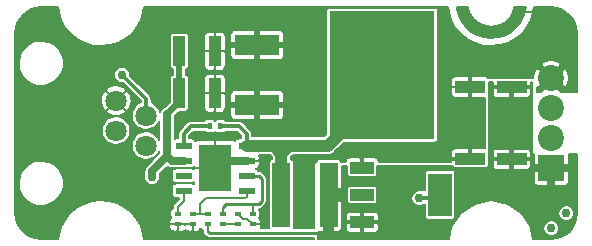
<source format=gtl>
G04 #@! TF.FileFunction,Copper,L1,Top,Signal*
%FSLAX46Y46*%
G04 Gerber Fmt 4.6, Leading zero omitted, Abs format (unit mm)*
G04 Created by KiCad (PCBNEW 4.0.2+dfsg1-stable) date Mon 23 May 2016 09:01:20 PM EDT*
%MOMM*%
G01*
G04 APERTURE LIST*
%ADD10C,0.150000*%
%ADD11R,2.500000X1.000000*%
%ADD12R,8.900000X10.800000*%
%ADD13R,3.700000X1.778000*%
%ADD14R,2.200000X2.200000*%
%ADD15C,2.200000*%
%ADD16R,2.032000X3.657600*%
%ADD17R,2.032000X1.016000*%
%ADD18C,1.800000*%
%ADD19R,1.500000X5.500000*%
%ADD20R,1.399540X0.599440*%
%ADD21R,2.799080X4.000500*%
%ADD22R,0.400000X0.600000*%
%ADD23R,0.600000X0.400000*%
%ADD24R,1.000000X2.500000*%
%ADD25C,0.762000*%
%ADD26C,0.700000*%
%ADD27C,0.500000*%
%ADD28C,0.304800*%
%ADD29C,0.203200*%
%ADD30C,0.254000*%
%ADD31C,1.000000*%
%ADD32C,0.203000*%
%ADD33C,0.152400*%
G04 APERTURE END LIST*
D10*
D11*
X154150000Y-119888000D03*
X150650000Y-119888000D03*
D12*
X143188000Y-112776000D03*
D13*
X132588000Y-110236000D03*
X132588000Y-115316000D03*
D11*
X154150000Y-113792000D03*
X150650000Y-113792000D03*
D14*
X157480000Y-120650000D03*
D15*
X157480000Y-118110000D03*
X157480000Y-115570000D03*
X157480000Y-113030000D03*
D16*
X148082000Y-122936000D03*
D17*
X141478000Y-122936000D03*
X141478000Y-125222000D03*
X141478000Y-120650000D03*
D18*
X120650000Y-114935000D03*
X123190000Y-116205000D03*
X120650000Y-117475000D03*
X123190000Y-118745000D03*
D19*
X134652000Y-122936000D03*
X138652000Y-122936000D03*
D20*
X131699000Y-118745000D03*
X126365000Y-118745000D03*
X131699000Y-120015000D03*
X131699000Y-121285000D03*
X131699000Y-122555000D03*
X126365000Y-120015000D03*
X126365000Y-121285000D03*
X126365000Y-122555000D03*
D21*
X129032000Y-120650000D03*
D22*
X128582000Y-117094000D03*
X129482000Y-117094000D03*
D23*
X130937000Y-125418000D03*
X130937000Y-124518000D03*
X132207000Y-124518000D03*
X132207000Y-125418000D03*
X125857000Y-124518000D03*
X125857000Y-125418000D03*
X129667000Y-124518000D03*
X129667000Y-125418000D03*
X128397000Y-125418000D03*
X128397000Y-124518000D03*
X127127000Y-124518000D03*
X127127000Y-125418000D03*
D24*
X126008000Y-110744000D03*
X129008000Y-110744000D03*
X126008000Y-114300000D03*
X129008000Y-114300000D03*
D25*
X123698000Y-121412000D03*
X146304000Y-123190000D03*
X158496000Y-109220000D03*
X157480000Y-108204000D03*
X154432000Y-110998000D03*
X151892000Y-110998000D03*
X153162000Y-110998000D03*
X149352000Y-110998000D03*
X150622000Y-110998000D03*
X158750000Y-124460000D03*
X157480000Y-125730000D03*
X114554000Y-125730000D03*
X113538000Y-124714000D03*
X119380000Y-112522000D03*
X123444000Y-108204000D03*
X124968000Y-108204000D03*
X126492000Y-108204000D03*
X128016000Y-108204000D03*
X129540000Y-108204000D03*
X113792000Y-109220000D03*
X114808000Y-108204000D03*
X114300000Y-119380000D03*
X113284000Y-118364000D03*
X114300000Y-117348000D03*
X113284000Y-116332000D03*
X114300000Y-115316000D03*
X113284000Y-114300000D03*
X120904000Y-111252000D03*
X117856000Y-111252000D03*
X119380000Y-111252000D03*
X128270000Y-120142000D03*
X129032000Y-120904000D03*
X128270000Y-121666000D03*
X129794000Y-121666000D03*
X129794000Y-120142000D03*
X141986000Y-119126000D03*
X140716000Y-119126000D03*
X135636000Y-113284000D03*
X134366000Y-113284000D03*
X133096000Y-113284000D03*
X153924000Y-118618000D03*
X153924000Y-115062000D03*
X143510000Y-125730000D03*
X121158000Y-112776000D03*
D26*
X123698000Y-120904000D02*
X123698000Y-121412000D01*
X124968000Y-119634000D02*
X123698000Y-120904000D01*
X126365000Y-120015000D02*
X125349000Y-120015000D01*
X125349000Y-120015000D02*
X124968000Y-119634000D01*
X124968000Y-119634000D02*
X124968000Y-116078000D01*
D27*
X124968000Y-116078000D02*
X125984000Y-115062000D01*
D26*
X125984000Y-115062000D02*
X125984000Y-114300000D01*
D27*
X125984000Y-114300000D02*
X125984000Y-110744000D01*
D28*
X147828000Y-123190000D02*
X146304000Y-123190000D01*
X147828000Y-123190000D02*
X148082000Y-122936000D01*
X150650000Y-119888000D02*
X148844000Y-119888000D01*
D29*
X148844000Y-119888000D02*
X148590000Y-119634000D01*
X157480000Y-108204000D02*
X156718000Y-107442000D01*
X156718000Y-107442000D02*
X154940000Y-107442000D01*
X151892000Y-110998000D02*
X150622000Y-110998000D01*
X154432000Y-110998000D02*
X153162000Y-110998000D01*
D28*
X150650000Y-111026000D02*
X150650000Y-113030000D01*
X150622000Y-110998000D02*
X150650000Y-111026000D01*
X150650000Y-113030000D02*
X150650000Y-113792000D01*
X150650000Y-113030000D02*
X150650000Y-113030000D01*
X150650000Y-119888000D02*
X150650000Y-113792000D01*
D29*
X132207000Y-125418000D02*
X131757000Y-124968000D01*
X131387000Y-124968000D02*
X130937000Y-124518000D01*
X131757000Y-124968000D02*
X131387000Y-124968000D01*
X127127000Y-125418000D02*
X127185000Y-125418000D01*
X113284000Y-118364000D02*
X112268000Y-119380000D01*
X112268000Y-123444000D02*
X113538000Y-124714000D01*
X112268000Y-119380000D02*
X112268000Y-123444000D01*
D28*
X123444000Y-108204000D02*
X124968000Y-108204000D01*
X126492000Y-108204000D02*
X128016000Y-108204000D01*
X113792000Y-109220000D02*
X114808000Y-108204000D01*
X113284000Y-118364000D02*
X114300000Y-119380000D01*
X113284000Y-116332000D02*
X114300000Y-117348000D01*
X113284000Y-114300000D02*
X114300000Y-115316000D01*
X117856000Y-111252000D02*
X119380000Y-111252000D01*
D29*
X129794000Y-120142000D02*
X128270000Y-120142000D01*
X128270000Y-121666000D02*
X129794000Y-121666000D01*
D26*
X131699000Y-120015000D02*
X130556000Y-120015000D01*
X130556000Y-120015000D02*
X129667000Y-120015000D01*
X129667000Y-120015000D02*
X129032000Y-120650000D01*
D28*
X141478000Y-120650000D02*
X141478000Y-119888000D01*
X141478000Y-119888000D02*
X140716000Y-119126000D01*
X133096000Y-113284000D02*
X134366000Y-113284000D01*
D29*
X128397000Y-125418000D02*
X128397000Y-125984000D01*
D30*
X138652000Y-126016000D02*
X138652000Y-122936000D01*
X138557000Y-126111000D02*
X138652000Y-126016000D01*
X128524000Y-126111000D02*
X138557000Y-126111000D01*
X128397000Y-125984000D02*
X128524000Y-126111000D01*
D28*
X138684000Y-122904000D02*
X138652000Y-122936000D01*
D26*
X138652000Y-124428000D02*
X138652000Y-122936000D01*
D28*
X126365000Y-118745000D02*
X126365000Y-117729000D01*
X127000000Y-117094000D02*
X128432000Y-117094000D01*
X126365000Y-117729000D02*
X127000000Y-117094000D01*
X126809000Y-118745000D02*
X126365000Y-118745000D01*
D31*
X134652000Y-119412000D02*
X134652000Y-122936000D01*
X135382000Y-118745000D02*
X135319000Y-118745000D01*
X135319000Y-118745000D02*
X134652000Y-119412000D01*
X133858000Y-118745000D02*
X135382000Y-118745000D01*
X135382000Y-118745000D02*
X138557000Y-118745000D01*
X138557000Y-118745000D02*
X143696000Y-113606000D01*
X143696000Y-113606000D02*
X143696000Y-112776000D01*
X131699000Y-118745000D02*
X133858000Y-118745000D01*
X133858000Y-118745000D02*
X133985000Y-118745000D01*
X133985000Y-118745000D02*
X134652000Y-119412000D01*
D28*
X129632000Y-117094000D02*
X131064000Y-117094000D01*
X131699000Y-117729000D02*
X131699000Y-118745000D01*
X131064000Y-117094000D02*
X131699000Y-117729000D01*
X132143000Y-118745000D02*
X131699000Y-118745000D01*
D29*
X130937000Y-125418000D02*
X129667000Y-125418000D01*
D30*
X132715000Y-123698000D02*
X132969000Y-123444000D01*
X132207000Y-123698000D02*
X132715000Y-123698000D01*
X132461000Y-121285000D02*
X131699000Y-121285000D01*
X132715000Y-121285000D02*
X132461000Y-121285000D01*
X132969000Y-121539000D02*
X132715000Y-121285000D01*
X132969000Y-123444000D02*
X132969000Y-121539000D01*
D29*
X132207000Y-123698000D02*
X132207000Y-124518000D01*
X129667000Y-123952000D02*
X129667000Y-124518000D01*
D30*
X129921000Y-123698000D02*
X129667000Y-123952000D01*
X132207000Y-123698000D02*
X129921000Y-123698000D01*
D28*
X131699000Y-121285000D02*
X132208000Y-121285000D01*
X123190000Y-114808000D02*
X123190000Y-116205000D01*
X121158000Y-112776000D02*
X123190000Y-114808000D01*
D29*
X125857000Y-124518000D02*
X125857000Y-123952000D01*
X126365000Y-123444000D02*
X126365000Y-122555000D01*
X125857000Y-123952000D02*
X126365000Y-123444000D01*
X131699000Y-122555000D02*
X131699000Y-123063000D01*
X127762000Y-123698000D02*
X127762000Y-124518000D01*
X128270000Y-123190000D02*
X127762000Y-123698000D01*
X131572000Y-123190000D02*
X128270000Y-123190000D01*
X131699000Y-123063000D02*
X131572000Y-123190000D01*
X127127000Y-124518000D02*
X127762000Y-124518000D01*
X127762000Y-124518000D02*
X128397000Y-124518000D01*
D30*
X131699000Y-122555000D02*
X131445000Y-122555000D01*
D28*
X131254000Y-122555000D02*
X131699000Y-122555000D01*
X131699000Y-122555000D02*
X131381000Y-122555000D01*
D32*
G36*
X115803403Y-107440229D02*
X116019182Y-108120449D01*
X116362972Y-108745802D01*
X116821681Y-109292469D01*
X117377835Y-109739629D01*
X118010251Y-110070248D01*
X118694840Y-110271733D01*
X119405527Y-110336411D01*
X120115241Y-110261817D01*
X120796951Y-110050793D01*
X121424689Y-109711376D01*
X121974545Y-109256495D01*
X122425577Y-108703476D01*
X122760603Y-108073384D01*
X122966863Y-107390218D01*
X123001741Y-107034500D01*
X148777893Y-107034500D01*
X148823403Y-107440229D01*
X149039182Y-108120449D01*
X149382972Y-108745802D01*
X149841681Y-109292469D01*
X150397835Y-109739629D01*
X151030251Y-110070248D01*
X151714840Y-110271733D01*
X152425527Y-110336411D01*
X153135241Y-110261817D01*
X153816951Y-110050793D01*
X154444689Y-109711376D01*
X154994545Y-109256495D01*
X155445577Y-108703476D01*
X155780603Y-108073384D01*
X155986863Y-107390218D01*
X156021741Y-107034500D01*
X157462663Y-107034500D01*
X157904167Y-107077790D01*
X158312181Y-107200976D01*
X158688498Y-107401068D01*
X159018782Y-107670440D01*
X159290451Y-107998833D01*
X159493164Y-108373742D01*
X159619196Y-108780886D01*
X159665500Y-109221437D01*
X159665500Y-114198500D01*
X158295285Y-114198500D01*
X158313957Y-114169428D01*
X157480000Y-113335470D01*
X156646043Y-114169428D01*
X156664715Y-114198500D01*
X156260700Y-114198500D01*
X156260700Y-113812657D01*
X156340572Y-113863957D01*
X157174530Y-113030000D01*
X157785470Y-113030000D01*
X158619428Y-113863957D01*
X158818947Y-113735811D01*
X158930916Y-113461033D01*
X158987127Y-113169692D01*
X158985421Y-112872982D01*
X158925862Y-112582306D01*
X158818947Y-112324189D01*
X158619428Y-112196043D01*
X157785470Y-113030000D01*
X157174530Y-113030000D01*
X156340572Y-112196043D01*
X156141053Y-112324189D01*
X156029084Y-112598967D01*
X155972873Y-112890308D01*
X155973405Y-112982825D01*
X155956000Y-112979300D01*
X152161895Y-112979300D01*
X152159001Y-112976406D01*
X152092455Y-112931942D01*
X152018513Y-112901314D01*
X151940017Y-112885700D01*
X150751675Y-112885700D01*
X150650100Y-112987275D01*
X150650100Y-113791900D01*
X150670100Y-113791900D01*
X150670100Y-113792100D01*
X150650100Y-113792100D01*
X150650100Y-114596725D01*
X150751675Y-114698300D01*
X151841300Y-114698300D01*
X151841300Y-118981700D01*
X150751675Y-118981700D01*
X150650100Y-119083275D01*
X150650100Y-119887900D01*
X150670100Y-119887900D01*
X150670100Y-119888100D01*
X150650100Y-119888100D01*
X150650100Y-119908100D01*
X150649900Y-119908100D01*
X150649900Y-119888100D01*
X149095275Y-119888100D01*
X148993700Y-119989675D01*
X148993700Y-120091300D01*
X142898175Y-120091300D01*
X142884686Y-120023487D01*
X142854058Y-119949545D01*
X142809594Y-119882999D01*
X142753001Y-119826406D01*
X142686455Y-119781942D01*
X142612513Y-119751314D01*
X142534017Y-119735700D01*
X141579675Y-119735700D01*
X141478100Y-119837275D01*
X141478100Y-120091300D01*
X141477900Y-120091300D01*
X141477900Y-119837275D01*
X141376325Y-119735700D01*
X140421983Y-119735700D01*
X140343487Y-119751314D01*
X140269545Y-119781942D01*
X140202999Y-119826406D01*
X140146406Y-119882999D01*
X140101942Y-119949545D01*
X140071314Y-120023487D01*
X140057825Y-120091300D01*
X139689795Y-120091300D01*
X139678636Y-120055265D01*
X139631262Y-119983371D01*
X139565734Y-119927523D01*
X139487242Y-119892141D01*
X139402000Y-119880027D01*
X137902000Y-119880027D01*
X137853510Y-119883894D01*
X137771265Y-119909364D01*
X137699371Y-119956738D01*
X137643523Y-120022266D01*
X137608141Y-120100758D01*
X137607877Y-120102613D01*
X137557255Y-120112138D01*
X137455542Y-120177589D01*
X137387306Y-120277455D01*
X137363300Y-120396000D01*
X137363300Y-125679500D01*
X135707973Y-125679500D01*
X135707973Y-120186000D01*
X135704106Y-120137510D01*
X135678636Y-120055265D01*
X135631262Y-119983371D01*
X135565734Y-119927523D01*
X135487242Y-119892141D01*
X135456500Y-119887772D01*
X135456500Y-119745234D01*
X135652235Y-119549500D01*
X138557000Y-119549500D01*
X138630908Y-119542253D01*
X138704989Y-119535772D01*
X138709056Y-119534590D01*
X138713262Y-119534178D01*
X138784399Y-119512701D01*
X138855765Y-119491966D01*
X138859518Y-119490021D01*
X138863571Y-119488797D01*
X138929196Y-119453904D01*
X138995162Y-119419711D01*
X138998469Y-119417071D01*
X139002204Y-119415085D01*
X139059788Y-119368121D01*
X139085014Y-119347983D01*
X148993700Y-119347983D01*
X148993700Y-119786325D01*
X149095275Y-119887900D01*
X150649900Y-119887900D01*
X150649900Y-119083275D01*
X150548325Y-118981700D01*
X149359983Y-118981700D01*
X149281487Y-118997314D01*
X149207545Y-119027942D01*
X149140999Y-119072406D01*
X149084406Y-119128999D01*
X149039942Y-119195545D01*
X149009314Y-119269487D01*
X148993700Y-119347983D01*
X139085014Y-119347983D01*
X139117869Y-119321755D01*
X139123753Y-119315952D01*
X139123878Y-119315850D01*
X139123974Y-119315734D01*
X139125867Y-119313867D01*
X139957761Y-118481973D01*
X147638000Y-118481973D01*
X147686490Y-118478106D01*
X147768735Y-118452636D01*
X147840629Y-118405262D01*
X147896477Y-118339734D01*
X147931859Y-118261242D01*
X147943973Y-118176000D01*
X147943973Y-113893675D01*
X148993700Y-113893675D01*
X148993700Y-114332017D01*
X149009314Y-114410513D01*
X149039942Y-114484455D01*
X149084406Y-114551001D01*
X149140999Y-114607594D01*
X149207545Y-114652058D01*
X149281487Y-114682686D01*
X149359983Y-114698300D01*
X150548325Y-114698300D01*
X150649900Y-114596725D01*
X150649900Y-113792100D01*
X149095275Y-113792100D01*
X148993700Y-113893675D01*
X147943973Y-113893675D01*
X147943973Y-113251983D01*
X148993700Y-113251983D01*
X148993700Y-113690325D01*
X149095275Y-113791900D01*
X150649900Y-113791900D01*
X150649900Y-112987275D01*
X150548325Y-112885700D01*
X149359983Y-112885700D01*
X149281487Y-112901314D01*
X149207545Y-112931942D01*
X149140999Y-112976406D01*
X149084406Y-113032999D01*
X149039942Y-113099545D01*
X149009314Y-113173487D01*
X148993700Y-113251983D01*
X147943973Y-113251983D01*
X147943973Y-111890572D01*
X156646043Y-111890572D01*
X157480000Y-112724530D01*
X158313957Y-111890572D01*
X158185811Y-111691053D01*
X157911033Y-111579084D01*
X157619692Y-111522873D01*
X157322982Y-111524579D01*
X157032306Y-111584138D01*
X156774189Y-111691053D01*
X156646043Y-111890572D01*
X147943973Y-111890572D01*
X147943973Y-107376000D01*
X147940106Y-107327510D01*
X147914636Y-107245265D01*
X147867262Y-107173371D01*
X147801734Y-107117523D01*
X147723242Y-107082141D01*
X147638000Y-107070027D01*
X138738000Y-107070027D01*
X138689510Y-107073894D01*
X138607265Y-107099364D01*
X138535371Y-107146738D01*
X138479523Y-107212266D01*
X138444141Y-107290758D01*
X138432027Y-107376000D01*
X138432027Y-117732239D01*
X138223766Y-117940500D01*
X132155900Y-117940500D01*
X132155900Y-117729000D01*
X132151782Y-117687005D01*
X132148103Y-117644953D01*
X132147432Y-117642645D01*
X132147198Y-117640254D01*
X132135000Y-117599851D01*
X132123225Y-117559322D01*
X132122119Y-117557189D01*
X132121425Y-117554889D01*
X132101604Y-117517610D01*
X132082189Y-117480155D01*
X132080691Y-117478279D01*
X132079562Y-117476155D01*
X132052849Y-117443402D01*
X132026556Y-117410466D01*
X132023260Y-117407123D01*
X132023203Y-117407053D01*
X132023138Y-117407000D01*
X132022077Y-117405923D01*
X131387077Y-116770923D01*
X131354458Y-116744129D01*
X131322133Y-116717006D01*
X131320029Y-116715850D01*
X131318171Y-116714323D01*
X131280942Y-116694360D01*
X131243992Y-116674047D01*
X131241704Y-116673321D01*
X131239585Y-116672185D01*
X131199218Y-116659844D01*
X131158995Y-116647084D01*
X131156607Y-116646816D01*
X131154310Y-116646114D01*
X131112315Y-116641849D01*
X131070379Y-116637145D01*
X131065682Y-116637112D01*
X131065595Y-116637103D01*
X131065514Y-116637111D01*
X131064000Y-116637100D01*
X129941395Y-116637100D01*
X129911262Y-116591371D01*
X129845734Y-116535523D01*
X129767242Y-116500141D01*
X129682000Y-116488027D01*
X129282000Y-116488027D01*
X129233510Y-116491894D01*
X129151265Y-116517364D01*
X129079371Y-116564738D01*
X129031062Y-116621420D01*
X129011262Y-116591371D01*
X128945734Y-116535523D01*
X128867242Y-116500141D01*
X128782000Y-116488027D01*
X128382000Y-116488027D01*
X128333510Y-116491894D01*
X128251265Y-116517364D01*
X128179371Y-116564738D01*
X128123523Y-116630266D01*
X128120442Y-116637100D01*
X127000000Y-116637100D01*
X126958005Y-116641218D01*
X126915953Y-116644897D01*
X126913645Y-116645568D01*
X126911254Y-116645802D01*
X126870851Y-116658000D01*
X126830322Y-116669775D01*
X126828189Y-116670881D01*
X126825889Y-116671575D01*
X126788610Y-116691396D01*
X126751155Y-116710811D01*
X126749279Y-116712309D01*
X126747155Y-116713438D01*
X126714402Y-116740151D01*
X126681466Y-116766444D01*
X126678123Y-116769740D01*
X126678053Y-116769797D01*
X126678000Y-116769862D01*
X126676923Y-116770923D01*
X126041923Y-117405923D01*
X126015129Y-117438542D01*
X125988006Y-117470867D01*
X125986850Y-117472971D01*
X125985323Y-117474829D01*
X125965360Y-117512058D01*
X125945047Y-117549008D01*
X125944321Y-117551296D01*
X125943185Y-117553415D01*
X125930844Y-117593782D01*
X125918084Y-117634005D01*
X125917816Y-117636393D01*
X125917114Y-117638690D01*
X125912849Y-117680685D01*
X125908145Y-117722621D01*
X125908112Y-117727318D01*
X125908103Y-117727405D01*
X125908111Y-117727486D01*
X125908100Y-117729000D01*
X125908100Y-118139307D01*
X125665230Y-118139307D01*
X125622500Y-118142715D01*
X125622500Y-116207682D01*
X125974209Y-115855973D01*
X126508000Y-115855973D01*
X126556490Y-115852106D01*
X126638735Y-115826636D01*
X126710629Y-115779262D01*
X126766477Y-115713734D01*
X126801859Y-115635242D01*
X126813973Y-115550000D01*
X126813973Y-114427075D01*
X128101700Y-114427075D01*
X128101700Y-115590017D01*
X128117314Y-115668513D01*
X128147942Y-115742455D01*
X128192406Y-115809001D01*
X128248999Y-115865594D01*
X128315545Y-115910058D01*
X128389487Y-115940686D01*
X128467983Y-115956300D01*
X128880925Y-115956300D01*
X128982500Y-115854725D01*
X128982500Y-114325500D01*
X129033500Y-114325500D01*
X129033500Y-115854725D01*
X129135075Y-115956300D01*
X129548017Y-115956300D01*
X129626513Y-115940686D01*
X129700455Y-115910058D01*
X129767001Y-115865594D01*
X129823594Y-115809001D01*
X129868058Y-115742455D01*
X129898686Y-115668513D01*
X129914300Y-115590017D01*
X129914300Y-115570075D01*
X130331700Y-115570075D01*
X130331700Y-116245017D01*
X130347314Y-116323513D01*
X130377942Y-116397455D01*
X130422406Y-116464001D01*
X130478999Y-116520594D01*
X130545545Y-116565058D01*
X130619487Y-116595686D01*
X130697983Y-116611300D01*
X132333925Y-116611300D01*
X132435500Y-116509725D01*
X132435500Y-115468500D01*
X132740500Y-115468500D01*
X132740500Y-116509725D01*
X132842075Y-116611300D01*
X134478017Y-116611300D01*
X134556513Y-116595686D01*
X134630455Y-116565058D01*
X134697001Y-116520594D01*
X134753594Y-116464001D01*
X134798058Y-116397455D01*
X134828686Y-116323513D01*
X134844300Y-116245017D01*
X134844300Y-115570075D01*
X134742725Y-115468500D01*
X132740500Y-115468500D01*
X132435500Y-115468500D01*
X130433275Y-115468500D01*
X130331700Y-115570075D01*
X129914300Y-115570075D01*
X129914300Y-114427075D01*
X129874208Y-114386983D01*
X130331700Y-114386983D01*
X130331700Y-115061925D01*
X130433275Y-115163500D01*
X132435500Y-115163500D01*
X132435500Y-114122275D01*
X132740500Y-114122275D01*
X132740500Y-115163500D01*
X134742725Y-115163500D01*
X134844300Y-115061925D01*
X134844300Y-114386983D01*
X134828686Y-114308487D01*
X134798058Y-114234545D01*
X134753594Y-114167999D01*
X134697001Y-114111406D01*
X134630455Y-114066942D01*
X134556513Y-114036314D01*
X134478017Y-114020700D01*
X132842075Y-114020700D01*
X132740500Y-114122275D01*
X132435500Y-114122275D01*
X132333925Y-114020700D01*
X130697983Y-114020700D01*
X130619487Y-114036314D01*
X130545545Y-114066942D01*
X130478999Y-114111406D01*
X130422406Y-114167999D01*
X130377942Y-114234545D01*
X130347314Y-114308487D01*
X130331700Y-114386983D01*
X129874208Y-114386983D01*
X129812725Y-114325500D01*
X129033500Y-114325500D01*
X128982500Y-114325500D01*
X128203275Y-114325500D01*
X128101700Y-114427075D01*
X126813973Y-114427075D01*
X126813973Y-113050000D01*
X126810782Y-113009983D01*
X128101700Y-113009983D01*
X128101700Y-114172925D01*
X128203275Y-114274500D01*
X128982500Y-114274500D01*
X128982500Y-112745275D01*
X129033500Y-112745275D01*
X129033500Y-114274500D01*
X129812725Y-114274500D01*
X129914300Y-114172925D01*
X129914300Y-113009983D01*
X129898686Y-112931487D01*
X129868058Y-112857545D01*
X129823594Y-112790999D01*
X129767001Y-112734406D01*
X129700455Y-112689942D01*
X129626513Y-112659314D01*
X129548017Y-112643700D01*
X129135075Y-112643700D01*
X129033500Y-112745275D01*
X128982500Y-112745275D01*
X128880925Y-112643700D01*
X128467983Y-112643700D01*
X128389487Y-112659314D01*
X128315545Y-112689942D01*
X128248999Y-112734406D01*
X128192406Y-112790999D01*
X128147942Y-112857545D01*
X128117314Y-112931487D01*
X128101700Y-113009983D01*
X126810782Y-113009983D01*
X126810106Y-113001510D01*
X126784636Y-112919265D01*
X126737262Y-112847371D01*
X126671734Y-112791523D01*
X126593242Y-112756141D01*
X126538500Y-112748361D01*
X126538500Y-112297541D01*
X126556490Y-112296106D01*
X126638735Y-112270636D01*
X126710629Y-112223262D01*
X126766477Y-112157734D01*
X126801859Y-112079242D01*
X126813973Y-111994000D01*
X126813973Y-110871075D01*
X128101700Y-110871075D01*
X128101700Y-112034017D01*
X128117314Y-112112513D01*
X128147942Y-112186455D01*
X128192406Y-112253001D01*
X128248999Y-112309594D01*
X128315545Y-112354058D01*
X128389487Y-112384686D01*
X128467983Y-112400300D01*
X128880925Y-112400300D01*
X128982500Y-112298725D01*
X128982500Y-110769500D01*
X129033500Y-110769500D01*
X129033500Y-112298725D01*
X129135075Y-112400300D01*
X129548017Y-112400300D01*
X129626513Y-112384686D01*
X129700455Y-112354058D01*
X129767001Y-112309594D01*
X129823594Y-112253001D01*
X129868058Y-112186455D01*
X129898686Y-112112513D01*
X129914300Y-112034017D01*
X129914300Y-110871075D01*
X129812725Y-110769500D01*
X129033500Y-110769500D01*
X128982500Y-110769500D01*
X128203275Y-110769500D01*
X128101700Y-110871075D01*
X126813973Y-110871075D01*
X126813973Y-109494000D01*
X126810782Y-109453983D01*
X128101700Y-109453983D01*
X128101700Y-110616925D01*
X128203275Y-110718500D01*
X128982500Y-110718500D01*
X128982500Y-109189275D01*
X129033500Y-109189275D01*
X129033500Y-110718500D01*
X129812725Y-110718500D01*
X129914300Y-110616925D01*
X129914300Y-110490075D01*
X130331700Y-110490075D01*
X130331700Y-111165017D01*
X130347314Y-111243513D01*
X130377942Y-111317455D01*
X130422406Y-111384001D01*
X130478999Y-111440594D01*
X130545545Y-111485058D01*
X130619487Y-111515686D01*
X130697983Y-111531300D01*
X132333925Y-111531300D01*
X132435500Y-111429725D01*
X132435500Y-110388500D01*
X132740500Y-110388500D01*
X132740500Y-111429725D01*
X132842075Y-111531300D01*
X134478017Y-111531300D01*
X134556513Y-111515686D01*
X134630455Y-111485058D01*
X134697001Y-111440594D01*
X134753594Y-111384001D01*
X134798058Y-111317455D01*
X134828686Y-111243513D01*
X134844300Y-111165017D01*
X134844300Y-110490075D01*
X134742725Y-110388500D01*
X132740500Y-110388500D01*
X132435500Y-110388500D01*
X130433275Y-110388500D01*
X130331700Y-110490075D01*
X129914300Y-110490075D01*
X129914300Y-109453983D01*
X129898686Y-109375487D01*
X129870311Y-109306983D01*
X130331700Y-109306983D01*
X130331700Y-109981925D01*
X130433275Y-110083500D01*
X132435500Y-110083500D01*
X132435500Y-109042275D01*
X132740500Y-109042275D01*
X132740500Y-110083500D01*
X134742725Y-110083500D01*
X134844300Y-109981925D01*
X134844300Y-109306983D01*
X134828686Y-109228487D01*
X134798058Y-109154545D01*
X134753594Y-109087999D01*
X134697001Y-109031406D01*
X134630455Y-108986942D01*
X134556513Y-108956314D01*
X134478017Y-108940700D01*
X132842075Y-108940700D01*
X132740500Y-109042275D01*
X132435500Y-109042275D01*
X132333925Y-108940700D01*
X130697983Y-108940700D01*
X130619487Y-108956314D01*
X130545545Y-108986942D01*
X130478999Y-109031406D01*
X130422406Y-109087999D01*
X130377942Y-109154545D01*
X130347314Y-109228487D01*
X130331700Y-109306983D01*
X129870311Y-109306983D01*
X129868058Y-109301545D01*
X129823594Y-109234999D01*
X129767001Y-109178406D01*
X129700455Y-109133942D01*
X129626513Y-109103314D01*
X129548017Y-109087700D01*
X129135075Y-109087700D01*
X129033500Y-109189275D01*
X128982500Y-109189275D01*
X128880925Y-109087700D01*
X128467983Y-109087700D01*
X128389487Y-109103314D01*
X128315545Y-109133942D01*
X128248999Y-109178406D01*
X128192406Y-109234999D01*
X128147942Y-109301545D01*
X128117314Y-109375487D01*
X128101700Y-109453983D01*
X126810782Y-109453983D01*
X126810106Y-109445510D01*
X126784636Y-109363265D01*
X126737262Y-109291371D01*
X126671734Y-109235523D01*
X126593242Y-109200141D01*
X126508000Y-109188027D01*
X125508000Y-109188027D01*
X125459510Y-109191894D01*
X125377265Y-109217364D01*
X125305371Y-109264738D01*
X125249523Y-109330266D01*
X125214141Y-109408758D01*
X125202027Y-109494000D01*
X125202027Y-111994000D01*
X125205894Y-112042490D01*
X125231364Y-112124735D01*
X125278738Y-112196629D01*
X125344266Y-112252477D01*
X125422758Y-112287859D01*
X125429500Y-112288817D01*
X125429500Y-112757188D01*
X125377265Y-112773364D01*
X125305371Y-112820738D01*
X125249523Y-112886266D01*
X125214141Y-112964758D01*
X125202027Y-113050000D01*
X125202027Y-115059791D01*
X124818953Y-115442865D01*
X124722820Y-115471158D01*
X124609620Y-115530338D01*
X124510070Y-115610378D01*
X124427963Y-115708229D01*
X124366426Y-115820165D01*
X124351226Y-115868081D01*
X124348671Y-115855177D01*
X124258656Y-115636785D01*
X124127937Y-115440037D01*
X123961492Y-115272426D01*
X123765661Y-115140337D01*
X123646900Y-115090414D01*
X123646900Y-114808000D01*
X123642782Y-114766005D01*
X123639103Y-114723953D01*
X123638432Y-114721645D01*
X123638198Y-114719254D01*
X123626000Y-114678851D01*
X123614225Y-114638322D01*
X123613119Y-114636189D01*
X123612425Y-114633889D01*
X123592615Y-114596631D01*
X123573189Y-114559154D01*
X123571690Y-114557276D01*
X123570562Y-114555155D01*
X123543887Y-114522448D01*
X123517556Y-114489465D01*
X123514259Y-114486121D01*
X123514203Y-114486053D01*
X123514140Y-114486001D01*
X123513077Y-114484923D01*
X121842061Y-112813907D01*
X121843530Y-112708783D01*
X121817418Y-112576910D01*
X121766189Y-112452620D01*
X121691795Y-112340647D01*
X121597068Y-112245257D01*
X121485618Y-112170083D01*
X121361689Y-112117988D01*
X121230001Y-112090956D01*
X121095571Y-112090018D01*
X120963518Y-112115208D01*
X120838874Y-112165568D01*
X120726385Y-112239179D01*
X120630336Y-112333237D01*
X120554385Y-112444160D01*
X120501426Y-112567722D01*
X120473476Y-112699218D01*
X120471599Y-112833639D01*
X120495867Y-112965864D01*
X120545355Y-113090857D01*
X120618179Y-113203857D01*
X120711564Y-113300561D01*
X120821954Y-113377284D01*
X120945144Y-113431104D01*
X121076441Y-113459972D01*
X121198372Y-113462526D01*
X122733100Y-114997254D01*
X122733100Y-115090449D01*
X122629260Y-115132403D01*
X122431604Y-115261745D01*
X122262835Y-115427016D01*
X122129381Y-115621920D01*
X122036327Y-115839033D01*
X121987215Y-116070086D01*
X121983917Y-116306278D01*
X122026558Y-116538612D01*
X122113514Y-116758238D01*
X122241474Y-116956793D01*
X122405562Y-117126711D01*
X122599530Y-117261522D01*
X122815988Y-117356090D01*
X123046692Y-117406814D01*
X123282855Y-117411761D01*
X123515481Y-117370743D01*
X123735710Y-117285322D01*
X123935152Y-117158751D01*
X124106212Y-116995853D01*
X124242374Y-116802832D01*
X124313500Y-116643080D01*
X124313500Y-118309846D01*
X124258656Y-118176785D01*
X124127937Y-117980037D01*
X123961492Y-117812426D01*
X123765661Y-117680337D01*
X123547904Y-117588800D01*
X123316514Y-117541302D01*
X123080305Y-117539653D01*
X122848274Y-117583915D01*
X122629260Y-117672403D01*
X122431604Y-117801745D01*
X122262835Y-117967016D01*
X122129381Y-118161920D01*
X122036327Y-118379033D01*
X121987215Y-118610086D01*
X121983917Y-118846278D01*
X122026558Y-119078612D01*
X122113514Y-119298238D01*
X122241474Y-119496793D01*
X122405562Y-119666711D01*
X122599530Y-119801522D01*
X122815988Y-119896090D01*
X123046692Y-119946814D01*
X123282855Y-119951761D01*
X123515481Y-119910743D01*
X123735710Y-119825322D01*
X123935152Y-119698751D01*
X124106212Y-119535853D01*
X124242374Y-119342832D01*
X124313500Y-119183080D01*
X124313500Y-119362897D01*
X123235199Y-120441199D01*
X123196848Y-120487888D01*
X123157963Y-120534229D01*
X123156305Y-120537246D01*
X123154121Y-120539904D01*
X123125561Y-120593168D01*
X123096426Y-120646165D01*
X123095385Y-120649446D01*
X123093759Y-120652479D01*
X123076081Y-120710299D01*
X123057802Y-120767922D01*
X123057419Y-120771341D01*
X123056412Y-120774633D01*
X123050300Y-120834804D01*
X123043564Y-120894862D01*
X123043517Y-120901588D01*
X123043504Y-120901715D01*
X123043515Y-120901833D01*
X123043500Y-120904000D01*
X123043500Y-121198883D01*
X123041426Y-121203722D01*
X123013476Y-121335218D01*
X123011599Y-121469639D01*
X123035867Y-121601864D01*
X123085355Y-121726857D01*
X123158179Y-121839857D01*
X123251564Y-121936561D01*
X123361954Y-122013284D01*
X123485144Y-122067104D01*
X123616441Y-122095972D01*
X123750845Y-122098787D01*
X123883237Y-122075443D01*
X124008572Y-122026828D01*
X124122078Y-121954795D01*
X124219431Y-121862087D01*
X124296923Y-121752236D01*
X124351602Y-121629424D01*
X124381385Y-121498332D01*
X124383530Y-121344783D01*
X124357418Y-121212910D01*
X124352500Y-121200978D01*
X124352500Y-121175102D01*
X124975606Y-120551997D01*
X124979229Y-120555037D01*
X124982246Y-120556695D01*
X124984904Y-120558879D01*
X125038168Y-120587439D01*
X125091165Y-120616574D01*
X125094446Y-120617615D01*
X125097479Y-120619241D01*
X125155258Y-120636906D01*
X125212922Y-120655198D01*
X125216346Y-120655582D01*
X125219633Y-120656587D01*
X125279754Y-120662694D01*
X125339862Y-120669436D01*
X125346588Y-120669483D01*
X125346715Y-120669496D01*
X125346833Y-120669485D01*
X125349000Y-120669500D01*
X126365000Y-120669500D01*
X126492126Y-120657035D01*
X126612497Y-120620693D01*
X127064770Y-120620693D01*
X127113260Y-120616826D01*
X127195505Y-120591356D01*
X127239922Y-120562087D01*
X127327735Y-120649900D01*
X129031900Y-120649900D01*
X129031900Y-118345025D01*
X128930325Y-118243450D01*
X127592443Y-118243450D01*
X127513947Y-118259064D01*
X127440005Y-118289692D01*
X127373459Y-118334156D01*
X127353622Y-118353993D01*
X127341406Y-118314545D01*
X127294032Y-118242651D01*
X127228504Y-118186803D01*
X127150012Y-118151421D01*
X127064770Y-118139307D01*
X126821900Y-118139307D01*
X126821900Y-117918254D01*
X127189254Y-117550900D01*
X128122605Y-117550900D01*
X128152738Y-117596629D01*
X128218266Y-117652477D01*
X128296758Y-117687859D01*
X128382000Y-117699973D01*
X128782000Y-117699973D01*
X128830490Y-117696106D01*
X128912735Y-117670636D01*
X128984629Y-117623262D01*
X129032938Y-117566580D01*
X129052738Y-117596629D01*
X129118266Y-117652477D01*
X129196758Y-117687859D01*
X129282000Y-117699973D01*
X129682000Y-117699973D01*
X129730490Y-117696106D01*
X129812735Y-117670636D01*
X129884629Y-117623262D01*
X129940477Y-117557734D01*
X129943558Y-117550900D01*
X130874746Y-117550900D01*
X131242100Y-117918254D01*
X131242100Y-118084454D01*
X131174844Y-118139307D01*
X130999230Y-118139307D01*
X130950740Y-118143174D01*
X130868495Y-118168644D01*
X130796601Y-118216018D01*
X130740753Y-118281546D01*
X130708805Y-118352420D01*
X130690541Y-118334156D01*
X130623995Y-118289692D01*
X130550053Y-118259064D01*
X130471557Y-118243450D01*
X129133675Y-118243450D01*
X129032100Y-118345025D01*
X129032100Y-120649900D01*
X129052100Y-120649900D01*
X129052100Y-120650100D01*
X129032100Y-120650100D01*
X129032100Y-120670100D01*
X129031900Y-120670100D01*
X129031900Y-120650100D01*
X127327735Y-120650100D01*
X127240666Y-120737169D01*
X127228504Y-120726803D01*
X127150012Y-120691421D01*
X127064770Y-120679307D01*
X125665230Y-120679307D01*
X125616740Y-120683174D01*
X125534495Y-120708644D01*
X125462601Y-120756018D01*
X125406753Y-120821546D01*
X125371371Y-120900038D01*
X125359257Y-120985280D01*
X125359257Y-121584720D01*
X125363124Y-121633210D01*
X125388594Y-121715455D01*
X125435968Y-121787349D01*
X125501496Y-121843197D01*
X125579988Y-121878579D01*
X125665230Y-121890693D01*
X127064770Y-121890693D01*
X127113260Y-121886826D01*
X127195505Y-121861356D01*
X127226160Y-121841156D01*
X127226160Y-121995746D01*
X127150012Y-121961421D01*
X127064770Y-121949307D01*
X125665230Y-121949307D01*
X125616740Y-121953174D01*
X125534495Y-121978644D01*
X125462601Y-122026018D01*
X125406753Y-122091546D01*
X125371371Y-122170038D01*
X125359257Y-122255280D01*
X125359257Y-122854720D01*
X125363124Y-122903210D01*
X125388594Y-122985455D01*
X125435968Y-123057349D01*
X125501496Y-123113197D01*
X125579988Y-123148579D01*
X125665230Y-123160693D01*
X125958900Y-123160693D01*
X125958900Y-123275788D01*
X125569844Y-123664844D01*
X125546039Y-123693825D01*
X125521921Y-123722567D01*
X125520891Y-123724441D01*
X125519537Y-123726089D01*
X125501823Y-123759126D01*
X125483739Y-123792020D01*
X125483093Y-123794056D01*
X125482084Y-123795938D01*
X125471120Y-123831800D01*
X125459774Y-123867567D01*
X125459536Y-123869691D01*
X125458912Y-123871731D01*
X125455118Y-123909079D01*
X125450940Y-123946330D01*
X125450911Y-123950494D01*
X125450902Y-123950582D01*
X125450909Y-123950661D01*
X125450900Y-123952000D01*
X125450900Y-124033735D01*
X125426265Y-124041364D01*
X125354371Y-124088738D01*
X125298523Y-124154266D01*
X125263141Y-124232758D01*
X125251027Y-124318000D01*
X125251027Y-124718000D01*
X125254894Y-124766490D01*
X125280364Y-124848735D01*
X125310310Y-124894180D01*
X125297999Y-124902406D01*
X125241406Y-124958999D01*
X125196942Y-125025545D01*
X125166314Y-125099487D01*
X125150700Y-125177983D01*
X125150700Y-125316325D01*
X125252275Y-125417900D01*
X125856900Y-125417900D01*
X125856900Y-125397900D01*
X125857100Y-125397900D01*
X125857100Y-125417900D01*
X126461725Y-125417900D01*
X126492000Y-125387625D01*
X126522275Y-125417900D01*
X127126900Y-125417900D01*
X127126900Y-125397900D01*
X127127100Y-125397900D01*
X127127100Y-125417900D01*
X127147100Y-125417900D01*
X127147100Y-125418100D01*
X127127100Y-125418100D01*
X127127100Y-125922725D01*
X127228675Y-126024300D01*
X127467017Y-126024300D01*
X127545513Y-126008686D01*
X127619455Y-125978058D01*
X127686001Y-125933594D01*
X127742594Y-125877001D01*
X127787058Y-125810455D01*
X127817053Y-125738042D01*
X127820364Y-125748735D01*
X127867738Y-125820629D01*
X127933266Y-125876477D01*
X127974794Y-125895197D01*
X127974618Y-125895760D01*
X127965523Y-125979482D01*
X127972864Y-126063375D01*
X127996358Y-126144245D01*
X128035113Y-126219012D01*
X128087653Y-126284827D01*
X128091883Y-126289117D01*
X128218883Y-126416116D01*
X128249704Y-126441433D01*
X128280217Y-126467036D01*
X128282201Y-126468127D01*
X128283958Y-126469570D01*
X128319122Y-126488425D01*
X128354014Y-126507607D01*
X128356177Y-126508293D01*
X128358176Y-126509365D01*
X128396281Y-126521015D01*
X128434286Y-126533071D01*
X128436541Y-126533324D01*
X128438710Y-126533987D01*
X128478377Y-126538016D01*
X128517975Y-126542458D01*
X128522404Y-126542489D01*
X128522494Y-126542498D01*
X128522578Y-126542490D01*
X128524000Y-126542500D01*
X137363300Y-126542500D01*
X137363300Y-126645500D01*
X123003188Y-126645500D01*
X122945634Y-126189908D01*
X122722677Y-125519675D01*
X125150700Y-125519675D01*
X125150700Y-125658017D01*
X125166314Y-125736513D01*
X125196942Y-125810455D01*
X125241406Y-125877001D01*
X125297999Y-125933594D01*
X125364545Y-125978058D01*
X125438487Y-126008686D01*
X125516983Y-126024300D01*
X125755325Y-126024300D01*
X125856900Y-125922725D01*
X125856900Y-125418100D01*
X125857100Y-125418100D01*
X125857100Y-125922725D01*
X125958675Y-126024300D01*
X126197017Y-126024300D01*
X126275513Y-126008686D01*
X126349455Y-125978058D01*
X126416001Y-125933594D01*
X126472594Y-125877001D01*
X126492000Y-125847957D01*
X126511406Y-125877001D01*
X126567999Y-125933594D01*
X126634545Y-125978058D01*
X126708487Y-126008686D01*
X126786983Y-126024300D01*
X127025325Y-126024300D01*
X127126900Y-125922725D01*
X127126900Y-125418100D01*
X126522275Y-125418100D01*
X126492000Y-125448375D01*
X126461725Y-125418100D01*
X125857100Y-125418100D01*
X125856900Y-125418100D01*
X125252275Y-125418100D01*
X125150700Y-125519675D01*
X122722677Y-125519675D01*
X122720379Y-125512767D01*
X122367890Y-124892275D01*
X121901594Y-124352066D01*
X121339251Y-123912715D01*
X120702280Y-123590958D01*
X120014945Y-123399050D01*
X119303424Y-123344302D01*
X118594820Y-123428798D01*
X117916124Y-123649320D01*
X117293186Y-123997468D01*
X116749734Y-124459982D01*
X116306468Y-125019244D01*
X115980272Y-125653953D01*
X115783571Y-126339932D01*
X115757912Y-126645500D01*
X114317337Y-126645500D01*
X113875833Y-126602210D01*
X113467816Y-126479023D01*
X113091504Y-126278934D01*
X112761218Y-126009560D01*
X112489549Y-125681167D01*
X112286835Y-125306257D01*
X112160804Y-124899114D01*
X112114500Y-124458564D01*
X112114500Y-122080136D01*
X112392997Y-122080136D01*
X112460419Y-122447491D01*
X112597911Y-122794755D01*
X112800234Y-123108700D01*
X113059683Y-123377367D01*
X113366376Y-123590524D01*
X113708630Y-123740051D01*
X114073409Y-123820253D01*
X114446818Y-123828075D01*
X114814636Y-123763219D01*
X115162851Y-123628155D01*
X115478201Y-123428028D01*
X115748673Y-123170461D01*
X115963965Y-122865264D01*
X116115878Y-122524062D01*
X116198625Y-122159852D01*
X116204582Y-121733254D01*
X116132037Y-121366876D01*
X115989710Y-121021565D01*
X115783023Y-120710476D01*
X115519848Y-120445457D01*
X115210209Y-120236603D01*
X114865901Y-120091869D01*
X114500038Y-120016769D01*
X114126555Y-120014161D01*
X113759679Y-120084146D01*
X113413383Y-120224059D01*
X113100859Y-120428569D01*
X112834009Y-120689888D01*
X112622999Y-120998061D01*
X112475865Y-121341350D01*
X112398211Y-121706680D01*
X112392997Y-122080136D01*
X112114500Y-122080136D01*
X112114500Y-117576278D01*
X119443917Y-117576278D01*
X119486558Y-117808612D01*
X119573514Y-118028238D01*
X119701474Y-118226793D01*
X119865562Y-118396711D01*
X120059530Y-118531522D01*
X120275988Y-118626090D01*
X120506692Y-118676814D01*
X120742855Y-118681761D01*
X120975481Y-118640743D01*
X121195710Y-118555322D01*
X121395152Y-118428751D01*
X121566212Y-118265853D01*
X121702374Y-118072832D01*
X121798451Y-117857039D01*
X121850784Y-117626694D01*
X121854552Y-117356893D01*
X121808671Y-117125177D01*
X121718656Y-116906785D01*
X121587937Y-116710037D01*
X121421492Y-116542426D01*
X121225661Y-116410337D01*
X121007904Y-116318800D01*
X120776514Y-116271302D01*
X120540305Y-116269653D01*
X120308274Y-116313915D01*
X120089260Y-116402403D01*
X119891604Y-116531745D01*
X119722835Y-116697016D01*
X119589381Y-116891920D01*
X119496327Y-117109033D01*
X119447215Y-117340086D01*
X119443917Y-117576278D01*
X112114500Y-117576278D01*
X112114500Y-115791410D01*
X119793732Y-115791410D01*
X119878542Y-115996992D01*
X120100549Y-116127089D01*
X120343672Y-116211377D01*
X120598567Y-116246613D01*
X120855439Y-116231445D01*
X121104415Y-116166455D01*
X121335929Y-116054141D01*
X121421458Y-115996992D01*
X121506268Y-115791410D01*
X120650000Y-114935141D01*
X119793732Y-115791410D01*
X112114500Y-115791410D01*
X112114500Y-114883567D01*
X119338387Y-114883567D01*
X119353555Y-115140439D01*
X119418545Y-115389415D01*
X119530859Y-115620929D01*
X119588008Y-115706458D01*
X119793590Y-115791268D01*
X120649859Y-114935000D01*
X120650141Y-114935000D01*
X121506410Y-115791268D01*
X121711992Y-115706458D01*
X121842089Y-115484451D01*
X121926377Y-115241328D01*
X121961613Y-114986433D01*
X121946445Y-114729561D01*
X121881455Y-114480585D01*
X121769141Y-114249071D01*
X121711992Y-114163542D01*
X121506410Y-114078732D01*
X120650141Y-114935000D01*
X120649859Y-114935000D01*
X119793590Y-114078732D01*
X119588008Y-114163542D01*
X119457911Y-114385549D01*
X119373623Y-114628672D01*
X119338387Y-114883567D01*
X112114500Y-114883567D01*
X112114500Y-114078590D01*
X119793732Y-114078590D01*
X120650000Y-114934859D01*
X121506268Y-114078590D01*
X121421458Y-113873008D01*
X121199451Y-113742911D01*
X120956328Y-113658623D01*
X120701433Y-113623387D01*
X120444561Y-113638555D01*
X120195585Y-113703545D01*
X119964071Y-113815859D01*
X119878542Y-113873008D01*
X119793732Y-114078590D01*
X112114500Y-114078590D01*
X112114500Y-111920136D01*
X112392997Y-111920136D01*
X112460419Y-112287491D01*
X112597911Y-112634755D01*
X112800234Y-112948700D01*
X113059683Y-113217367D01*
X113366376Y-113430524D01*
X113708630Y-113580051D01*
X114073409Y-113660253D01*
X114446818Y-113668075D01*
X114814636Y-113603219D01*
X115162851Y-113468155D01*
X115478201Y-113268028D01*
X115748673Y-113010461D01*
X115963965Y-112705264D01*
X116115878Y-112364062D01*
X116198625Y-111999852D01*
X116204582Y-111573254D01*
X116132037Y-111206876D01*
X115989710Y-110861565D01*
X115783023Y-110550476D01*
X115519848Y-110285457D01*
X115210209Y-110076603D01*
X114865901Y-109931869D01*
X114500038Y-109856769D01*
X114126555Y-109854161D01*
X113759679Y-109924146D01*
X113413383Y-110064059D01*
X113100859Y-110268569D01*
X112834009Y-110529888D01*
X112622999Y-110838061D01*
X112475865Y-111181350D01*
X112398211Y-111546680D01*
X112392997Y-111920136D01*
X112114500Y-111920136D01*
X112114500Y-109237337D01*
X112157790Y-108795833D01*
X112280976Y-108387819D01*
X112481068Y-108011502D01*
X112750440Y-107681218D01*
X113078833Y-107409549D01*
X113453742Y-107206836D01*
X113860886Y-107080804D01*
X114301437Y-107034500D01*
X115757893Y-107034500D01*
X115803403Y-107440229D01*
X115803403Y-107440229D01*
G37*
X115803403Y-107440229D02*
X116019182Y-108120449D01*
X116362972Y-108745802D01*
X116821681Y-109292469D01*
X117377835Y-109739629D01*
X118010251Y-110070248D01*
X118694840Y-110271733D01*
X119405527Y-110336411D01*
X120115241Y-110261817D01*
X120796951Y-110050793D01*
X121424689Y-109711376D01*
X121974545Y-109256495D01*
X122425577Y-108703476D01*
X122760603Y-108073384D01*
X122966863Y-107390218D01*
X123001741Y-107034500D01*
X148777893Y-107034500D01*
X148823403Y-107440229D01*
X149039182Y-108120449D01*
X149382972Y-108745802D01*
X149841681Y-109292469D01*
X150397835Y-109739629D01*
X151030251Y-110070248D01*
X151714840Y-110271733D01*
X152425527Y-110336411D01*
X153135241Y-110261817D01*
X153816951Y-110050793D01*
X154444689Y-109711376D01*
X154994545Y-109256495D01*
X155445577Y-108703476D01*
X155780603Y-108073384D01*
X155986863Y-107390218D01*
X156021741Y-107034500D01*
X157462663Y-107034500D01*
X157904167Y-107077790D01*
X158312181Y-107200976D01*
X158688498Y-107401068D01*
X159018782Y-107670440D01*
X159290451Y-107998833D01*
X159493164Y-108373742D01*
X159619196Y-108780886D01*
X159665500Y-109221437D01*
X159665500Y-114198500D01*
X158295285Y-114198500D01*
X158313957Y-114169428D01*
X157480000Y-113335470D01*
X156646043Y-114169428D01*
X156664715Y-114198500D01*
X156260700Y-114198500D01*
X156260700Y-113812657D01*
X156340572Y-113863957D01*
X157174530Y-113030000D01*
X157785470Y-113030000D01*
X158619428Y-113863957D01*
X158818947Y-113735811D01*
X158930916Y-113461033D01*
X158987127Y-113169692D01*
X158985421Y-112872982D01*
X158925862Y-112582306D01*
X158818947Y-112324189D01*
X158619428Y-112196043D01*
X157785470Y-113030000D01*
X157174530Y-113030000D01*
X156340572Y-112196043D01*
X156141053Y-112324189D01*
X156029084Y-112598967D01*
X155972873Y-112890308D01*
X155973405Y-112982825D01*
X155956000Y-112979300D01*
X152161895Y-112979300D01*
X152159001Y-112976406D01*
X152092455Y-112931942D01*
X152018513Y-112901314D01*
X151940017Y-112885700D01*
X150751675Y-112885700D01*
X150650100Y-112987275D01*
X150650100Y-113791900D01*
X150670100Y-113791900D01*
X150670100Y-113792100D01*
X150650100Y-113792100D01*
X150650100Y-114596725D01*
X150751675Y-114698300D01*
X151841300Y-114698300D01*
X151841300Y-118981700D01*
X150751675Y-118981700D01*
X150650100Y-119083275D01*
X150650100Y-119887900D01*
X150670100Y-119887900D01*
X150670100Y-119888100D01*
X150650100Y-119888100D01*
X150650100Y-119908100D01*
X150649900Y-119908100D01*
X150649900Y-119888100D01*
X149095275Y-119888100D01*
X148993700Y-119989675D01*
X148993700Y-120091300D01*
X142898175Y-120091300D01*
X142884686Y-120023487D01*
X142854058Y-119949545D01*
X142809594Y-119882999D01*
X142753001Y-119826406D01*
X142686455Y-119781942D01*
X142612513Y-119751314D01*
X142534017Y-119735700D01*
X141579675Y-119735700D01*
X141478100Y-119837275D01*
X141478100Y-120091300D01*
X141477900Y-120091300D01*
X141477900Y-119837275D01*
X141376325Y-119735700D01*
X140421983Y-119735700D01*
X140343487Y-119751314D01*
X140269545Y-119781942D01*
X140202999Y-119826406D01*
X140146406Y-119882999D01*
X140101942Y-119949545D01*
X140071314Y-120023487D01*
X140057825Y-120091300D01*
X139689795Y-120091300D01*
X139678636Y-120055265D01*
X139631262Y-119983371D01*
X139565734Y-119927523D01*
X139487242Y-119892141D01*
X139402000Y-119880027D01*
X137902000Y-119880027D01*
X137853510Y-119883894D01*
X137771265Y-119909364D01*
X137699371Y-119956738D01*
X137643523Y-120022266D01*
X137608141Y-120100758D01*
X137607877Y-120102613D01*
X137557255Y-120112138D01*
X137455542Y-120177589D01*
X137387306Y-120277455D01*
X137363300Y-120396000D01*
X137363300Y-125679500D01*
X135707973Y-125679500D01*
X135707973Y-120186000D01*
X135704106Y-120137510D01*
X135678636Y-120055265D01*
X135631262Y-119983371D01*
X135565734Y-119927523D01*
X135487242Y-119892141D01*
X135456500Y-119887772D01*
X135456500Y-119745234D01*
X135652235Y-119549500D01*
X138557000Y-119549500D01*
X138630908Y-119542253D01*
X138704989Y-119535772D01*
X138709056Y-119534590D01*
X138713262Y-119534178D01*
X138784399Y-119512701D01*
X138855765Y-119491966D01*
X138859518Y-119490021D01*
X138863571Y-119488797D01*
X138929196Y-119453904D01*
X138995162Y-119419711D01*
X138998469Y-119417071D01*
X139002204Y-119415085D01*
X139059788Y-119368121D01*
X139085014Y-119347983D01*
X148993700Y-119347983D01*
X148993700Y-119786325D01*
X149095275Y-119887900D01*
X150649900Y-119887900D01*
X150649900Y-119083275D01*
X150548325Y-118981700D01*
X149359983Y-118981700D01*
X149281487Y-118997314D01*
X149207545Y-119027942D01*
X149140999Y-119072406D01*
X149084406Y-119128999D01*
X149039942Y-119195545D01*
X149009314Y-119269487D01*
X148993700Y-119347983D01*
X139085014Y-119347983D01*
X139117869Y-119321755D01*
X139123753Y-119315952D01*
X139123878Y-119315850D01*
X139123974Y-119315734D01*
X139125867Y-119313867D01*
X139957761Y-118481973D01*
X147638000Y-118481973D01*
X147686490Y-118478106D01*
X147768735Y-118452636D01*
X147840629Y-118405262D01*
X147896477Y-118339734D01*
X147931859Y-118261242D01*
X147943973Y-118176000D01*
X147943973Y-113893675D01*
X148993700Y-113893675D01*
X148993700Y-114332017D01*
X149009314Y-114410513D01*
X149039942Y-114484455D01*
X149084406Y-114551001D01*
X149140999Y-114607594D01*
X149207545Y-114652058D01*
X149281487Y-114682686D01*
X149359983Y-114698300D01*
X150548325Y-114698300D01*
X150649900Y-114596725D01*
X150649900Y-113792100D01*
X149095275Y-113792100D01*
X148993700Y-113893675D01*
X147943973Y-113893675D01*
X147943973Y-113251983D01*
X148993700Y-113251983D01*
X148993700Y-113690325D01*
X149095275Y-113791900D01*
X150649900Y-113791900D01*
X150649900Y-112987275D01*
X150548325Y-112885700D01*
X149359983Y-112885700D01*
X149281487Y-112901314D01*
X149207545Y-112931942D01*
X149140999Y-112976406D01*
X149084406Y-113032999D01*
X149039942Y-113099545D01*
X149009314Y-113173487D01*
X148993700Y-113251983D01*
X147943973Y-113251983D01*
X147943973Y-111890572D01*
X156646043Y-111890572D01*
X157480000Y-112724530D01*
X158313957Y-111890572D01*
X158185811Y-111691053D01*
X157911033Y-111579084D01*
X157619692Y-111522873D01*
X157322982Y-111524579D01*
X157032306Y-111584138D01*
X156774189Y-111691053D01*
X156646043Y-111890572D01*
X147943973Y-111890572D01*
X147943973Y-107376000D01*
X147940106Y-107327510D01*
X147914636Y-107245265D01*
X147867262Y-107173371D01*
X147801734Y-107117523D01*
X147723242Y-107082141D01*
X147638000Y-107070027D01*
X138738000Y-107070027D01*
X138689510Y-107073894D01*
X138607265Y-107099364D01*
X138535371Y-107146738D01*
X138479523Y-107212266D01*
X138444141Y-107290758D01*
X138432027Y-107376000D01*
X138432027Y-117732239D01*
X138223766Y-117940500D01*
X132155900Y-117940500D01*
X132155900Y-117729000D01*
X132151782Y-117687005D01*
X132148103Y-117644953D01*
X132147432Y-117642645D01*
X132147198Y-117640254D01*
X132135000Y-117599851D01*
X132123225Y-117559322D01*
X132122119Y-117557189D01*
X132121425Y-117554889D01*
X132101604Y-117517610D01*
X132082189Y-117480155D01*
X132080691Y-117478279D01*
X132079562Y-117476155D01*
X132052849Y-117443402D01*
X132026556Y-117410466D01*
X132023260Y-117407123D01*
X132023203Y-117407053D01*
X132023138Y-117407000D01*
X132022077Y-117405923D01*
X131387077Y-116770923D01*
X131354458Y-116744129D01*
X131322133Y-116717006D01*
X131320029Y-116715850D01*
X131318171Y-116714323D01*
X131280942Y-116694360D01*
X131243992Y-116674047D01*
X131241704Y-116673321D01*
X131239585Y-116672185D01*
X131199218Y-116659844D01*
X131158995Y-116647084D01*
X131156607Y-116646816D01*
X131154310Y-116646114D01*
X131112315Y-116641849D01*
X131070379Y-116637145D01*
X131065682Y-116637112D01*
X131065595Y-116637103D01*
X131065514Y-116637111D01*
X131064000Y-116637100D01*
X129941395Y-116637100D01*
X129911262Y-116591371D01*
X129845734Y-116535523D01*
X129767242Y-116500141D01*
X129682000Y-116488027D01*
X129282000Y-116488027D01*
X129233510Y-116491894D01*
X129151265Y-116517364D01*
X129079371Y-116564738D01*
X129031062Y-116621420D01*
X129011262Y-116591371D01*
X128945734Y-116535523D01*
X128867242Y-116500141D01*
X128782000Y-116488027D01*
X128382000Y-116488027D01*
X128333510Y-116491894D01*
X128251265Y-116517364D01*
X128179371Y-116564738D01*
X128123523Y-116630266D01*
X128120442Y-116637100D01*
X127000000Y-116637100D01*
X126958005Y-116641218D01*
X126915953Y-116644897D01*
X126913645Y-116645568D01*
X126911254Y-116645802D01*
X126870851Y-116658000D01*
X126830322Y-116669775D01*
X126828189Y-116670881D01*
X126825889Y-116671575D01*
X126788610Y-116691396D01*
X126751155Y-116710811D01*
X126749279Y-116712309D01*
X126747155Y-116713438D01*
X126714402Y-116740151D01*
X126681466Y-116766444D01*
X126678123Y-116769740D01*
X126678053Y-116769797D01*
X126678000Y-116769862D01*
X126676923Y-116770923D01*
X126041923Y-117405923D01*
X126015129Y-117438542D01*
X125988006Y-117470867D01*
X125986850Y-117472971D01*
X125985323Y-117474829D01*
X125965360Y-117512058D01*
X125945047Y-117549008D01*
X125944321Y-117551296D01*
X125943185Y-117553415D01*
X125930844Y-117593782D01*
X125918084Y-117634005D01*
X125917816Y-117636393D01*
X125917114Y-117638690D01*
X125912849Y-117680685D01*
X125908145Y-117722621D01*
X125908112Y-117727318D01*
X125908103Y-117727405D01*
X125908111Y-117727486D01*
X125908100Y-117729000D01*
X125908100Y-118139307D01*
X125665230Y-118139307D01*
X125622500Y-118142715D01*
X125622500Y-116207682D01*
X125974209Y-115855973D01*
X126508000Y-115855973D01*
X126556490Y-115852106D01*
X126638735Y-115826636D01*
X126710629Y-115779262D01*
X126766477Y-115713734D01*
X126801859Y-115635242D01*
X126813973Y-115550000D01*
X126813973Y-114427075D01*
X128101700Y-114427075D01*
X128101700Y-115590017D01*
X128117314Y-115668513D01*
X128147942Y-115742455D01*
X128192406Y-115809001D01*
X128248999Y-115865594D01*
X128315545Y-115910058D01*
X128389487Y-115940686D01*
X128467983Y-115956300D01*
X128880925Y-115956300D01*
X128982500Y-115854725D01*
X128982500Y-114325500D01*
X129033500Y-114325500D01*
X129033500Y-115854725D01*
X129135075Y-115956300D01*
X129548017Y-115956300D01*
X129626513Y-115940686D01*
X129700455Y-115910058D01*
X129767001Y-115865594D01*
X129823594Y-115809001D01*
X129868058Y-115742455D01*
X129898686Y-115668513D01*
X129914300Y-115590017D01*
X129914300Y-115570075D01*
X130331700Y-115570075D01*
X130331700Y-116245017D01*
X130347314Y-116323513D01*
X130377942Y-116397455D01*
X130422406Y-116464001D01*
X130478999Y-116520594D01*
X130545545Y-116565058D01*
X130619487Y-116595686D01*
X130697983Y-116611300D01*
X132333925Y-116611300D01*
X132435500Y-116509725D01*
X132435500Y-115468500D01*
X132740500Y-115468500D01*
X132740500Y-116509725D01*
X132842075Y-116611300D01*
X134478017Y-116611300D01*
X134556513Y-116595686D01*
X134630455Y-116565058D01*
X134697001Y-116520594D01*
X134753594Y-116464001D01*
X134798058Y-116397455D01*
X134828686Y-116323513D01*
X134844300Y-116245017D01*
X134844300Y-115570075D01*
X134742725Y-115468500D01*
X132740500Y-115468500D01*
X132435500Y-115468500D01*
X130433275Y-115468500D01*
X130331700Y-115570075D01*
X129914300Y-115570075D01*
X129914300Y-114427075D01*
X129874208Y-114386983D01*
X130331700Y-114386983D01*
X130331700Y-115061925D01*
X130433275Y-115163500D01*
X132435500Y-115163500D01*
X132435500Y-114122275D01*
X132740500Y-114122275D01*
X132740500Y-115163500D01*
X134742725Y-115163500D01*
X134844300Y-115061925D01*
X134844300Y-114386983D01*
X134828686Y-114308487D01*
X134798058Y-114234545D01*
X134753594Y-114167999D01*
X134697001Y-114111406D01*
X134630455Y-114066942D01*
X134556513Y-114036314D01*
X134478017Y-114020700D01*
X132842075Y-114020700D01*
X132740500Y-114122275D01*
X132435500Y-114122275D01*
X132333925Y-114020700D01*
X130697983Y-114020700D01*
X130619487Y-114036314D01*
X130545545Y-114066942D01*
X130478999Y-114111406D01*
X130422406Y-114167999D01*
X130377942Y-114234545D01*
X130347314Y-114308487D01*
X130331700Y-114386983D01*
X129874208Y-114386983D01*
X129812725Y-114325500D01*
X129033500Y-114325500D01*
X128982500Y-114325500D01*
X128203275Y-114325500D01*
X128101700Y-114427075D01*
X126813973Y-114427075D01*
X126813973Y-113050000D01*
X126810782Y-113009983D01*
X128101700Y-113009983D01*
X128101700Y-114172925D01*
X128203275Y-114274500D01*
X128982500Y-114274500D01*
X128982500Y-112745275D01*
X129033500Y-112745275D01*
X129033500Y-114274500D01*
X129812725Y-114274500D01*
X129914300Y-114172925D01*
X129914300Y-113009983D01*
X129898686Y-112931487D01*
X129868058Y-112857545D01*
X129823594Y-112790999D01*
X129767001Y-112734406D01*
X129700455Y-112689942D01*
X129626513Y-112659314D01*
X129548017Y-112643700D01*
X129135075Y-112643700D01*
X129033500Y-112745275D01*
X128982500Y-112745275D01*
X128880925Y-112643700D01*
X128467983Y-112643700D01*
X128389487Y-112659314D01*
X128315545Y-112689942D01*
X128248999Y-112734406D01*
X128192406Y-112790999D01*
X128147942Y-112857545D01*
X128117314Y-112931487D01*
X128101700Y-113009983D01*
X126810782Y-113009983D01*
X126810106Y-113001510D01*
X126784636Y-112919265D01*
X126737262Y-112847371D01*
X126671734Y-112791523D01*
X126593242Y-112756141D01*
X126538500Y-112748361D01*
X126538500Y-112297541D01*
X126556490Y-112296106D01*
X126638735Y-112270636D01*
X126710629Y-112223262D01*
X126766477Y-112157734D01*
X126801859Y-112079242D01*
X126813973Y-111994000D01*
X126813973Y-110871075D01*
X128101700Y-110871075D01*
X128101700Y-112034017D01*
X128117314Y-112112513D01*
X128147942Y-112186455D01*
X128192406Y-112253001D01*
X128248999Y-112309594D01*
X128315545Y-112354058D01*
X128389487Y-112384686D01*
X128467983Y-112400300D01*
X128880925Y-112400300D01*
X128982500Y-112298725D01*
X128982500Y-110769500D01*
X129033500Y-110769500D01*
X129033500Y-112298725D01*
X129135075Y-112400300D01*
X129548017Y-112400300D01*
X129626513Y-112384686D01*
X129700455Y-112354058D01*
X129767001Y-112309594D01*
X129823594Y-112253001D01*
X129868058Y-112186455D01*
X129898686Y-112112513D01*
X129914300Y-112034017D01*
X129914300Y-110871075D01*
X129812725Y-110769500D01*
X129033500Y-110769500D01*
X128982500Y-110769500D01*
X128203275Y-110769500D01*
X128101700Y-110871075D01*
X126813973Y-110871075D01*
X126813973Y-109494000D01*
X126810782Y-109453983D01*
X128101700Y-109453983D01*
X128101700Y-110616925D01*
X128203275Y-110718500D01*
X128982500Y-110718500D01*
X128982500Y-109189275D01*
X129033500Y-109189275D01*
X129033500Y-110718500D01*
X129812725Y-110718500D01*
X129914300Y-110616925D01*
X129914300Y-110490075D01*
X130331700Y-110490075D01*
X130331700Y-111165017D01*
X130347314Y-111243513D01*
X130377942Y-111317455D01*
X130422406Y-111384001D01*
X130478999Y-111440594D01*
X130545545Y-111485058D01*
X130619487Y-111515686D01*
X130697983Y-111531300D01*
X132333925Y-111531300D01*
X132435500Y-111429725D01*
X132435500Y-110388500D01*
X132740500Y-110388500D01*
X132740500Y-111429725D01*
X132842075Y-111531300D01*
X134478017Y-111531300D01*
X134556513Y-111515686D01*
X134630455Y-111485058D01*
X134697001Y-111440594D01*
X134753594Y-111384001D01*
X134798058Y-111317455D01*
X134828686Y-111243513D01*
X134844300Y-111165017D01*
X134844300Y-110490075D01*
X134742725Y-110388500D01*
X132740500Y-110388500D01*
X132435500Y-110388500D01*
X130433275Y-110388500D01*
X130331700Y-110490075D01*
X129914300Y-110490075D01*
X129914300Y-109453983D01*
X129898686Y-109375487D01*
X129870311Y-109306983D01*
X130331700Y-109306983D01*
X130331700Y-109981925D01*
X130433275Y-110083500D01*
X132435500Y-110083500D01*
X132435500Y-109042275D01*
X132740500Y-109042275D01*
X132740500Y-110083500D01*
X134742725Y-110083500D01*
X134844300Y-109981925D01*
X134844300Y-109306983D01*
X134828686Y-109228487D01*
X134798058Y-109154545D01*
X134753594Y-109087999D01*
X134697001Y-109031406D01*
X134630455Y-108986942D01*
X134556513Y-108956314D01*
X134478017Y-108940700D01*
X132842075Y-108940700D01*
X132740500Y-109042275D01*
X132435500Y-109042275D01*
X132333925Y-108940700D01*
X130697983Y-108940700D01*
X130619487Y-108956314D01*
X130545545Y-108986942D01*
X130478999Y-109031406D01*
X130422406Y-109087999D01*
X130377942Y-109154545D01*
X130347314Y-109228487D01*
X130331700Y-109306983D01*
X129870311Y-109306983D01*
X129868058Y-109301545D01*
X129823594Y-109234999D01*
X129767001Y-109178406D01*
X129700455Y-109133942D01*
X129626513Y-109103314D01*
X129548017Y-109087700D01*
X129135075Y-109087700D01*
X129033500Y-109189275D01*
X128982500Y-109189275D01*
X128880925Y-109087700D01*
X128467983Y-109087700D01*
X128389487Y-109103314D01*
X128315545Y-109133942D01*
X128248999Y-109178406D01*
X128192406Y-109234999D01*
X128147942Y-109301545D01*
X128117314Y-109375487D01*
X128101700Y-109453983D01*
X126810782Y-109453983D01*
X126810106Y-109445510D01*
X126784636Y-109363265D01*
X126737262Y-109291371D01*
X126671734Y-109235523D01*
X126593242Y-109200141D01*
X126508000Y-109188027D01*
X125508000Y-109188027D01*
X125459510Y-109191894D01*
X125377265Y-109217364D01*
X125305371Y-109264738D01*
X125249523Y-109330266D01*
X125214141Y-109408758D01*
X125202027Y-109494000D01*
X125202027Y-111994000D01*
X125205894Y-112042490D01*
X125231364Y-112124735D01*
X125278738Y-112196629D01*
X125344266Y-112252477D01*
X125422758Y-112287859D01*
X125429500Y-112288817D01*
X125429500Y-112757188D01*
X125377265Y-112773364D01*
X125305371Y-112820738D01*
X125249523Y-112886266D01*
X125214141Y-112964758D01*
X125202027Y-113050000D01*
X125202027Y-115059791D01*
X124818953Y-115442865D01*
X124722820Y-115471158D01*
X124609620Y-115530338D01*
X124510070Y-115610378D01*
X124427963Y-115708229D01*
X124366426Y-115820165D01*
X124351226Y-115868081D01*
X124348671Y-115855177D01*
X124258656Y-115636785D01*
X124127937Y-115440037D01*
X123961492Y-115272426D01*
X123765661Y-115140337D01*
X123646900Y-115090414D01*
X123646900Y-114808000D01*
X123642782Y-114766005D01*
X123639103Y-114723953D01*
X123638432Y-114721645D01*
X123638198Y-114719254D01*
X123626000Y-114678851D01*
X123614225Y-114638322D01*
X123613119Y-114636189D01*
X123612425Y-114633889D01*
X123592615Y-114596631D01*
X123573189Y-114559154D01*
X123571690Y-114557276D01*
X123570562Y-114555155D01*
X123543887Y-114522448D01*
X123517556Y-114489465D01*
X123514259Y-114486121D01*
X123514203Y-114486053D01*
X123514140Y-114486001D01*
X123513077Y-114484923D01*
X121842061Y-112813907D01*
X121843530Y-112708783D01*
X121817418Y-112576910D01*
X121766189Y-112452620D01*
X121691795Y-112340647D01*
X121597068Y-112245257D01*
X121485618Y-112170083D01*
X121361689Y-112117988D01*
X121230001Y-112090956D01*
X121095571Y-112090018D01*
X120963518Y-112115208D01*
X120838874Y-112165568D01*
X120726385Y-112239179D01*
X120630336Y-112333237D01*
X120554385Y-112444160D01*
X120501426Y-112567722D01*
X120473476Y-112699218D01*
X120471599Y-112833639D01*
X120495867Y-112965864D01*
X120545355Y-113090857D01*
X120618179Y-113203857D01*
X120711564Y-113300561D01*
X120821954Y-113377284D01*
X120945144Y-113431104D01*
X121076441Y-113459972D01*
X121198372Y-113462526D01*
X122733100Y-114997254D01*
X122733100Y-115090449D01*
X122629260Y-115132403D01*
X122431604Y-115261745D01*
X122262835Y-115427016D01*
X122129381Y-115621920D01*
X122036327Y-115839033D01*
X121987215Y-116070086D01*
X121983917Y-116306278D01*
X122026558Y-116538612D01*
X122113514Y-116758238D01*
X122241474Y-116956793D01*
X122405562Y-117126711D01*
X122599530Y-117261522D01*
X122815988Y-117356090D01*
X123046692Y-117406814D01*
X123282855Y-117411761D01*
X123515481Y-117370743D01*
X123735710Y-117285322D01*
X123935152Y-117158751D01*
X124106212Y-116995853D01*
X124242374Y-116802832D01*
X124313500Y-116643080D01*
X124313500Y-118309846D01*
X124258656Y-118176785D01*
X124127937Y-117980037D01*
X123961492Y-117812426D01*
X123765661Y-117680337D01*
X123547904Y-117588800D01*
X123316514Y-117541302D01*
X123080305Y-117539653D01*
X122848274Y-117583915D01*
X122629260Y-117672403D01*
X122431604Y-117801745D01*
X122262835Y-117967016D01*
X122129381Y-118161920D01*
X122036327Y-118379033D01*
X121987215Y-118610086D01*
X121983917Y-118846278D01*
X122026558Y-119078612D01*
X122113514Y-119298238D01*
X122241474Y-119496793D01*
X122405562Y-119666711D01*
X122599530Y-119801522D01*
X122815988Y-119896090D01*
X123046692Y-119946814D01*
X123282855Y-119951761D01*
X123515481Y-119910743D01*
X123735710Y-119825322D01*
X123935152Y-119698751D01*
X124106212Y-119535853D01*
X124242374Y-119342832D01*
X124313500Y-119183080D01*
X124313500Y-119362897D01*
X123235199Y-120441199D01*
X123196848Y-120487888D01*
X123157963Y-120534229D01*
X123156305Y-120537246D01*
X123154121Y-120539904D01*
X123125561Y-120593168D01*
X123096426Y-120646165D01*
X123095385Y-120649446D01*
X123093759Y-120652479D01*
X123076081Y-120710299D01*
X123057802Y-120767922D01*
X123057419Y-120771341D01*
X123056412Y-120774633D01*
X123050300Y-120834804D01*
X123043564Y-120894862D01*
X123043517Y-120901588D01*
X123043504Y-120901715D01*
X123043515Y-120901833D01*
X123043500Y-120904000D01*
X123043500Y-121198883D01*
X123041426Y-121203722D01*
X123013476Y-121335218D01*
X123011599Y-121469639D01*
X123035867Y-121601864D01*
X123085355Y-121726857D01*
X123158179Y-121839857D01*
X123251564Y-121936561D01*
X123361954Y-122013284D01*
X123485144Y-122067104D01*
X123616441Y-122095972D01*
X123750845Y-122098787D01*
X123883237Y-122075443D01*
X124008572Y-122026828D01*
X124122078Y-121954795D01*
X124219431Y-121862087D01*
X124296923Y-121752236D01*
X124351602Y-121629424D01*
X124381385Y-121498332D01*
X124383530Y-121344783D01*
X124357418Y-121212910D01*
X124352500Y-121200978D01*
X124352500Y-121175102D01*
X124975606Y-120551997D01*
X124979229Y-120555037D01*
X124982246Y-120556695D01*
X124984904Y-120558879D01*
X125038168Y-120587439D01*
X125091165Y-120616574D01*
X125094446Y-120617615D01*
X125097479Y-120619241D01*
X125155258Y-120636906D01*
X125212922Y-120655198D01*
X125216346Y-120655582D01*
X125219633Y-120656587D01*
X125279754Y-120662694D01*
X125339862Y-120669436D01*
X125346588Y-120669483D01*
X125346715Y-120669496D01*
X125346833Y-120669485D01*
X125349000Y-120669500D01*
X126365000Y-120669500D01*
X126492126Y-120657035D01*
X126612497Y-120620693D01*
X127064770Y-120620693D01*
X127113260Y-120616826D01*
X127195505Y-120591356D01*
X127239922Y-120562087D01*
X127327735Y-120649900D01*
X129031900Y-120649900D01*
X129031900Y-118345025D01*
X128930325Y-118243450D01*
X127592443Y-118243450D01*
X127513947Y-118259064D01*
X127440005Y-118289692D01*
X127373459Y-118334156D01*
X127353622Y-118353993D01*
X127341406Y-118314545D01*
X127294032Y-118242651D01*
X127228504Y-118186803D01*
X127150012Y-118151421D01*
X127064770Y-118139307D01*
X126821900Y-118139307D01*
X126821900Y-117918254D01*
X127189254Y-117550900D01*
X128122605Y-117550900D01*
X128152738Y-117596629D01*
X128218266Y-117652477D01*
X128296758Y-117687859D01*
X128382000Y-117699973D01*
X128782000Y-117699973D01*
X128830490Y-117696106D01*
X128912735Y-117670636D01*
X128984629Y-117623262D01*
X129032938Y-117566580D01*
X129052738Y-117596629D01*
X129118266Y-117652477D01*
X129196758Y-117687859D01*
X129282000Y-117699973D01*
X129682000Y-117699973D01*
X129730490Y-117696106D01*
X129812735Y-117670636D01*
X129884629Y-117623262D01*
X129940477Y-117557734D01*
X129943558Y-117550900D01*
X130874746Y-117550900D01*
X131242100Y-117918254D01*
X131242100Y-118084454D01*
X131174844Y-118139307D01*
X130999230Y-118139307D01*
X130950740Y-118143174D01*
X130868495Y-118168644D01*
X130796601Y-118216018D01*
X130740753Y-118281546D01*
X130708805Y-118352420D01*
X130690541Y-118334156D01*
X130623995Y-118289692D01*
X130550053Y-118259064D01*
X130471557Y-118243450D01*
X129133675Y-118243450D01*
X129032100Y-118345025D01*
X129032100Y-120649900D01*
X129052100Y-120649900D01*
X129052100Y-120650100D01*
X129032100Y-120650100D01*
X129032100Y-120670100D01*
X129031900Y-120670100D01*
X129031900Y-120650100D01*
X127327735Y-120650100D01*
X127240666Y-120737169D01*
X127228504Y-120726803D01*
X127150012Y-120691421D01*
X127064770Y-120679307D01*
X125665230Y-120679307D01*
X125616740Y-120683174D01*
X125534495Y-120708644D01*
X125462601Y-120756018D01*
X125406753Y-120821546D01*
X125371371Y-120900038D01*
X125359257Y-120985280D01*
X125359257Y-121584720D01*
X125363124Y-121633210D01*
X125388594Y-121715455D01*
X125435968Y-121787349D01*
X125501496Y-121843197D01*
X125579988Y-121878579D01*
X125665230Y-121890693D01*
X127064770Y-121890693D01*
X127113260Y-121886826D01*
X127195505Y-121861356D01*
X127226160Y-121841156D01*
X127226160Y-121995746D01*
X127150012Y-121961421D01*
X127064770Y-121949307D01*
X125665230Y-121949307D01*
X125616740Y-121953174D01*
X125534495Y-121978644D01*
X125462601Y-122026018D01*
X125406753Y-122091546D01*
X125371371Y-122170038D01*
X125359257Y-122255280D01*
X125359257Y-122854720D01*
X125363124Y-122903210D01*
X125388594Y-122985455D01*
X125435968Y-123057349D01*
X125501496Y-123113197D01*
X125579988Y-123148579D01*
X125665230Y-123160693D01*
X125958900Y-123160693D01*
X125958900Y-123275788D01*
X125569844Y-123664844D01*
X125546039Y-123693825D01*
X125521921Y-123722567D01*
X125520891Y-123724441D01*
X125519537Y-123726089D01*
X125501823Y-123759126D01*
X125483739Y-123792020D01*
X125483093Y-123794056D01*
X125482084Y-123795938D01*
X125471120Y-123831800D01*
X125459774Y-123867567D01*
X125459536Y-123869691D01*
X125458912Y-123871731D01*
X125455118Y-123909079D01*
X125450940Y-123946330D01*
X125450911Y-123950494D01*
X125450902Y-123950582D01*
X125450909Y-123950661D01*
X125450900Y-123952000D01*
X125450900Y-124033735D01*
X125426265Y-124041364D01*
X125354371Y-124088738D01*
X125298523Y-124154266D01*
X125263141Y-124232758D01*
X125251027Y-124318000D01*
X125251027Y-124718000D01*
X125254894Y-124766490D01*
X125280364Y-124848735D01*
X125310310Y-124894180D01*
X125297999Y-124902406D01*
X125241406Y-124958999D01*
X125196942Y-125025545D01*
X125166314Y-125099487D01*
X125150700Y-125177983D01*
X125150700Y-125316325D01*
X125252275Y-125417900D01*
X125856900Y-125417900D01*
X125856900Y-125397900D01*
X125857100Y-125397900D01*
X125857100Y-125417900D01*
X126461725Y-125417900D01*
X126492000Y-125387625D01*
X126522275Y-125417900D01*
X127126900Y-125417900D01*
X127126900Y-125397900D01*
X127127100Y-125397900D01*
X127127100Y-125417900D01*
X127147100Y-125417900D01*
X127147100Y-125418100D01*
X127127100Y-125418100D01*
X127127100Y-125922725D01*
X127228675Y-126024300D01*
X127467017Y-126024300D01*
X127545513Y-126008686D01*
X127619455Y-125978058D01*
X127686001Y-125933594D01*
X127742594Y-125877001D01*
X127787058Y-125810455D01*
X127817053Y-125738042D01*
X127820364Y-125748735D01*
X127867738Y-125820629D01*
X127933266Y-125876477D01*
X127974794Y-125895197D01*
X127974618Y-125895760D01*
X127965523Y-125979482D01*
X127972864Y-126063375D01*
X127996358Y-126144245D01*
X128035113Y-126219012D01*
X128087653Y-126284827D01*
X128091883Y-126289117D01*
X128218883Y-126416116D01*
X128249704Y-126441433D01*
X128280217Y-126467036D01*
X128282201Y-126468127D01*
X128283958Y-126469570D01*
X128319122Y-126488425D01*
X128354014Y-126507607D01*
X128356177Y-126508293D01*
X128358176Y-126509365D01*
X128396281Y-126521015D01*
X128434286Y-126533071D01*
X128436541Y-126533324D01*
X128438710Y-126533987D01*
X128478377Y-126538016D01*
X128517975Y-126542458D01*
X128522404Y-126542489D01*
X128522494Y-126542498D01*
X128522578Y-126542490D01*
X128524000Y-126542500D01*
X137363300Y-126542500D01*
X137363300Y-126645500D01*
X123003188Y-126645500D01*
X122945634Y-126189908D01*
X122722677Y-125519675D01*
X125150700Y-125519675D01*
X125150700Y-125658017D01*
X125166314Y-125736513D01*
X125196942Y-125810455D01*
X125241406Y-125877001D01*
X125297999Y-125933594D01*
X125364545Y-125978058D01*
X125438487Y-126008686D01*
X125516983Y-126024300D01*
X125755325Y-126024300D01*
X125856900Y-125922725D01*
X125856900Y-125418100D01*
X125857100Y-125418100D01*
X125857100Y-125922725D01*
X125958675Y-126024300D01*
X126197017Y-126024300D01*
X126275513Y-126008686D01*
X126349455Y-125978058D01*
X126416001Y-125933594D01*
X126472594Y-125877001D01*
X126492000Y-125847957D01*
X126511406Y-125877001D01*
X126567999Y-125933594D01*
X126634545Y-125978058D01*
X126708487Y-126008686D01*
X126786983Y-126024300D01*
X127025325Y-126024300D01*
X127126900Y-125922725D01*
X127126900Y-125418100D01*
X126522275Y-125418100D01*
X126492000Y-125448375D01*
X126461725Y-125418100D01*
X125857100Y-125418100D01*
X125856900Y-125418100D01*
X125252275Y-125418100D01*
X125150700Y-125519675D01*
X122722677Y-125519675D01*
X122720379Y-125512767D01*
X122367890Y-124892275D01*
X121901594Y-124352066D01*
X121339251Y-123912715D01*
X120702280Y-123590958D01*
X120014945Y-123399050D01*
X119303424Y-123344302D01*
X118594820Y-123428798D01*
X117916124Y-123649320D01*
X117293186Y-123997468D01*
X116749734Y-124459982D01*
X116306468Y-125019244D01*
X115980272Y-125653953D01*
X115783571Y-126339932D01*
X115757912Y-126645500D01*
X114317337Y-126645500D01*
X113875833Y-126602210D01*
X113467816Y-126479023D01*
X113091504Y-126278934D01*
X112761218Y-126009560D01*
X112489549Y-125681167D01*
X112286835Y-125306257D01*
X112160804Y-124899114D01*
X112114500Y-124458564D01*
X112114500Y-122080136D01*
X112392997Y-122080136D01*
X112460419Y-122447491D01*
X112597911Y-122794755D01*
X112800234Y-123108700D01*
X113059683Y-123377367D01*
X113366376Y-123590524D01*
X113708630Y-123740051D01*
X114073409Y-123820253D01*
X114446818Y-123828075D01*
X114814636Y-123763219D01*
X115162851Y-123628155D01*
X115478201Y-123428028D01*
X115748673Y-123170461D01*
X115963965Y-122865264D01*
X116115878Y-122524062D01*
X116198625Y-122159852D01*
X116204582Y-121733254D01*
X116132037Y-121366876D01*
X115989710Y-121021565D01*
X115783023Y-120710476D01*
X115519848Y-120445457D01*
X115210209Y-120236603D01*
X114865901Y-120091869D01*
X114500038Y-120016769D01*
X114126555Y-120014161D01*
X113759679Y-120084146D01*
X113413383Y-120224059D01*
X113100859Y-120428569D01*
X112834009Y-120689888D01*
X112622999Y-120998061D01*
X112475865Y-121341350D01*
X112398211Y-121706680D01*
X112392997Y-122080136D01*
X112114500Y-122080136D01*
X112114500Y-117576278D01*
X119443917Y-117576278D01*
X119486558Y-117808612D01*
X119573514Y-118028238D01*
X119701474Y-118226793D01*
X119865562Y-118396711D01*
X120059530Y-118531522D01*
X120275988Y-118626090D01*
X120506692Y-118676814D01*
X120742855Y-118681761D01*
X120975481Y-118640743D01*
X121195710Y-118555322D01*
X121395152Y-118428751D01*
X121566212Y-118265853D01*
X121702374Y-118072832D01*
X121798451Y-117857039D01*
X121850784Y-117626694D01*
X121854552Y-117356893D01*
X121808671Y-117125177D01*
X121718656Y-116906785D01*
X121587937Y-116710037D01*
X121421492Y-116542426D01*
X121225661Y-116410337D01*
X121007904Y-116318800D01*
X120776514Y-116271302D01*
X120540305Y-116269653D01*
X120308274Y-116313915D01*
X120089260Y-116402403D01*
X119891604Y-116531745D01*
X119722835Y-116697016D01*
X119589381Y-116891920D01*
X119496327Y-117109033D01*
X119447215Y-117340086D01*
X119443917Y-117576278D01*
X112114500Y-117576278D01*
X112114500Y-115791410D01*
X119793732Y-115791410D01*
X119878542Y-115996992D01*
X120100549Y-116127089D01*
X120343672Y-116211377D01*
X120598567Y-116246613D01*
X120855439Y-116231445D01*
X121104415Y-116166455D01*
X121335929Y-116054141D01*
X121421458Y-115996992D01*
X121506268Y-115791410D01*
X120650000Y-114935141D01*
X119793732Y-115791410D01*
X112114500Y-115791410D01*
X112114500Y-114883567D01*
X119338387Y-114883567D01*
X119353555Y-115140439D01*
X119418545Y-115389415D01*
X119530859Y-115620929D01*
X119588008Y-115706458D01*
X119793590Y-115791268D01*
X120649859Y-114935000D01*
X120650141Y-114935000D01*
X121506410Y-115791268D01*
X121711992Y-115706458D01*
X121842089Y-115484451D01*
X121926377Y-115241328D01*
X121961613Y-114986433D01*
X121946445Y-114729561D01*
X121881455Y-114480585D01*
X121769141Y-114249071D01*
X121711992Y-114163542D01*
X121506410Y-114078732D01*
X120650141Y-114935000D01*
X120649859Y-114935000D01*
X119793590Y-114078732D01*
X119588008Y-114163542D01*
X119457911Y-114385549D01*
X119373623Y-114628672D01*
X119338387Y-114883567D01*
X112114500Y-114883567D01*
X112114500Y-114078590D01*
X119793732Y-114078590D01*
X120650000Y-114934859D01*
X121506268Y-114078590D01*
X121421458Y-113873008D01*
X121199451Y-113742911D01*
X120956328Y-113658623D01*
X120701433Y-113623387D01*
X120444561Y-113638555D01*
X120195585Y-113703545D01*
X119964071Y-113815859D01*
X119878542Y-113873008D01*
X119793732Y-114078590D01*
X112114500Y-114078590D01*
X112114500Y-111920136D01*
X112392997Y-111920136D01*
X112460419Y-112287491D01*
X112597911Y-112634755D01*
X112800234Y-112948700D01*
X113059683Y-113217367D01*
X113366376Y-113430524D01*
X113708630Y-113580051D01*
X114073409Y-113660253D01*
X114446818Y-113668075D01*
X114814636Y-113603219D01*
X115162851Y-113468155D01*
X115478201Y-113268028D01*
X115748673Y-113010461D01*
X115963965Y-112705264D01*
X116115878Y-112364062D01*
X116198625Y-111999852D01*
X116204582Y-111573254D01*
X116132037Y-111206876D01*
X115989710Y-110861565D01*
X115783023Y-110550476D01*
X115519848Y-110285457D01*
X115210209Y-110076603D01*
X114865901Y-109931869D01*
X114500038Y-109856769D01*
X114126555Y-109854161D01*
X113759679Y-109924146D01*
X113413383Y-110064059D01*
X113100859Y-110268569D01*
X112834009Y-110529888D01*
X112622999Y-110838061D01*
X112475865Y-111181350D01*
X112398211Y-111546680D01*
X112392997Y-111920136D01*
X112114500Y-111920136D01*
X112114500Y-109237337D01*
X112157790Y-108795833D01*
X112280976Y-108387819D01*
X112481068Y-108011502D01*
X112750440Y-107681218D01*
X113078833Y-107409549D01*
X113453742Y-107206836D01*
X113860886Y-107080804D01*
X114301437Y-107034500D01*
X115757893Y-107034500D01*
X115803403Y-107440229D01*
G36*
X133847500Y-119745235D02*
X133847500Y-119885755D01*
X133771265Y-119909364D01*
X133699371Y-119956738D01*
X133643523Y-120022266D01*
X133608141Y-120100758D01*
X133596027Y-120186000D01*
X133596027Y-125679500D01*
X132909027Y-125679500D01*
X132913300Y-125658017D01*
X132913300Y-125519675D01*
X132811725Y-125418100D01*
X132207100Y-125418100D01*
X132207100Y-125438100D01*
X132206900Y-125438100D01*
X132206900Y-125418100D01*
X132186900Y-125418100D01*
X132186900Y-125417900D01*
X132206900Y-125417900D01*
X132206900Y-125397900D01*
X132207100Y-125397900D01*
X132207100Y-125417900D01*
X132811725Y-125417900D01*
X132913300Y-125316325D01*
X132913300Y-125177983D01*
X132897686Y-125099487D01*
X132867058Y-125025545D01*
X132822594Y-124958999D01*
X132766001Y-124902406D01*
X132754441Y-124894682D01*
X132765477Y-124881734D01*
X132800859Y-124803242D01*
X132812973Y-124718000D01*
X132812973Y-124318000D01*
X132809106Y-124269510D01*
X132783636Y-124187265D01*
X132743717Y-124126684D01*
X132754659Y-124125611D01*
X132794375Y-124122136D01*
X132796552Y-124121504D01*
X132798812Y-124121282D01*
X132836990Y-124109756D01*
X132875245Y-124098642D01*
X132877259Y-124097598D01*
X132879432Y-124096942D01*
X132914612Y-124078237D01*
X132950012Y-124059887D01*
X132951787Y-124058470D01*
X132953788Y-124057406D01*
X132984662Y-124032226D01*
X133015827Y-124007347D01*
X133018986Y-124004232D01*
X133019050Y-124004180D01*
X133019099Y-124004121D01*
X133020117Y-124003117D01*
X133274116Y-123749117D01*
X133299411Y-123718322D01*
X133325036Y-123687783D01*
X133326129Y-123685796D01*
X133327569Y-123684042D01*
X133346404Y-123648916D01*
X133365607Y-123613986D01*
X133366293Y-123611823D01*
X133367365Y-123609824D01*
X133379015Y-123571719D01*
X133391071Y-123533714D01*
X133391324Y-123531459D01*
X133391987Y-123529290D01*
X133396016Y-123489623D01*
X133400458Y-123450025D01*
X133400489Y-123445596D01*
X133400498Y-123445506D01*
X133400490Y-123445418D01*
X133400500Y-123444000D01*
X133400500Y-121539000D01*
X133396607Y-121499296D01*
X133393136Y-121459625D01*
X133392504Y-121457448D01*
X133392282Y-121455188D01*
X133380753Y-121417001D01*
X133369642Y-121378755D01*
X133368598Y-121376741D01*
X133367942Y-121374568D01*
X133349216Y-121339349D01*
X133330886Y-121303988D01*
X133329472Y-121302216D01*
X133328406Y-121300212D01*
X133303204Y-121269311D01*
X133278347Y-121238173D01*
X133275236Y-121235018D01*
X133275180Y-121234950D01*
X133275117Y-121234898D01*
X133274116Y-121233883D01*
X133020117Y-120979883D01*
X132989266Y-120954542D01*
X132958783Y-120928964D01*
X132956799Y-120927873D01*
X132955042Y-120926430D01*
X132919843Y-120907556D01*
X132884986Y-120888393D01*
X132882827Y-120887708D01*
X132880824Y-120886634D01*
X132842673Y-120874970D01*
X132804714Y-120862929D01*
X132802459Y-120862676D01*
X132800290Y-120862013D01*
X132760623Y-120857984D01*
X132721025Y-120853542D01*
X132716596Y-120853511D01*
X132716506Y-120853502D01*
X132716422Y-120853510D01*
X132715000Y-120853500D01*
X132674717Y-120853500D01*
X132628032Y-120782651D01*
X132562504Y-120726803D01*
X132515724Y-120705716D01*
X132517283Y-120705406D01*
X132591225Y-120674778D01*
X132657771Y-120630314D01*
X132714364Y-120573721D01*
X132758828Y-120507175D01*
X132789456Y-120433233D01*
X132805070Y-120354737D01*
X132805070Y-120116675D01*
X132703495Y-120015100D01*
X131699100Y-120015100D01*
X131699100Y-120035100D01*
X131698900Y-120035100D01*
X131698900Y-120015100D01*
X131678900Y-120015100D01*
X131678900Y-120014900D01*
X131698900Y-120014900D01*
X131698900Y-119994900D01*
X131699100Y-119994900D01*
X131699100Y-120014900D01*
X132703495Y-120014900D01*
X132805070Y-119913325D01*
X132805070Y-119675263D01*
X132789456Y-119596767D01*
X132769877Y-119549500D01*
X133651766Y-119549500D01*
X133847500Y-119745235D01*
X133847500Y-119745235D01*
G37*
X133847500Y-119745235D02*
X133847500Y-119885755D01*
X133771265Y-119909364D01*
X133699371Y-119956738D01*
X133643523Y-120022266D01*
X133608141Y-120100758D01*
X133596027Y-120186000D01*
X133596027Y-125679500D01*
X132909027Y-125679500D01*
X132913300Y-125658017D01*
X132913300Y-125519675D01*
X132811725Y-125418100D01*
X132207100Y-125418100D01*
X132207100Y-125438100D01*
X132206900Y-125438100D01*
X132206900Y-125418100D01*
X132186900Y-125418100D01*
X132186900Y-125417900D01*
X132206900Y-125417900D01*
X132206900Y-125397900D01*
X132207100Y-125397900D01*
X132207100Y-125417900D01*
X132811725Y-125417900D01*
X132913300Y-125316325D01*
X132913300Y-125177983D01*
X132897686Y-125099487D01*
X132867058Y-125025545D01*
X132822594Y-124958999D01*
X132766001Y-124902406D01*
X132754441Y-124894682D01*
X132765477Y-124881734D01*
X132800859Y-124803242D01*
X132812973Y-124718000D01*
X132812973Y-124318000D01*
X132809106Y-124269510D01*
X132783636Y-124187265D01*
X132743717Y-124126684D01*
X132754659Y-124125611D01*
X132794375Y-124122136D01*
X132796552Y-124121504D01*
X132798812Y-124121282D01*
X132836990Y-124109756D01*
X132875245Y-124098642D01*
X132877259Y-124097598D01*
X132879432Y-124096942D01*
X132914612Y-124078237D01*
X132950012Y-124059887D01*
X132951787Y-124058470D01*
X132953788Y-124057406D01*
X132984662Y-124032226D01*
X133015827Y-124007347D01*
X133018986Y-124004232D01*
X133019050Y-124004180D01*
X133019099Y-124004121D01*
X133020117Y-124003117D01*
X133274116Y-123749117D01*
X133299411Y-123718322D01*
X133325036Y-123687783D01*
X133326129Y-123685796D01*
X133327569Y-123684042D01*
X133346404Y-123648916D01*
X133365607Y-123613986D01*
X133366293Y-123611823D01*
X133367365Y-123609824D01*
X133379015Y-123571719D01*
X133391071Y-123533714D01*
X133391324Y-123531459D01*
X133391987Y-123529290D01*
X133396016Y-123489623D01*
X133400458Y-123450025D01*
X133400489Y-123445596D01*
X133400498Y-123445506D01*
X133400490Y-123445418D01*
X133400500Y-123444000D01*
X133400500Y-121539000D01*
X133396607Y-121499296D01*
X133393136Y-121459625D01*
X133392504Y-121457448D01*
X133392282Y-121455188D01*
X133380753Y-121417001D01*
X133369642Y-121378755D01*
X133368598Y-121376741D01*
X133367942Y-121374568D01*
X133349216Y-121339349D01*
X133330886Y-121303988D01*
X133329472Y-121302216D01*
X133328406Y-121300212D01*
X133303204Y-121269311D01*
X133278347Y-121238173D01*
X133275236Y-121235018D01*
X133275180Y-121234950D01*
X133275117Y-121234898D01*
X133274116Y-121233883D01*
X133020117Y-120979883D01*
X132989266Y-120954542D01*
X132958783Y-120928964D01*
X132956799Y-120927873D01*
X132955042Y-120926430D01*
X132919843Y-120907556D01*
X132884986Y-120888393D01*
X132882827Y-120887708D01*
X132880824Y-120886634D01*
X132842673Y-120874970D01*
X132804714Y-120862929D01*
X132802459Y-120862676D01*
X132800290Y-120862013D01*
X132760623Y-120857984D01*
X132721025Y-120853542D01*
X132716596Y-120853511D01*
X132716506Y-120853502D01*
X132716422Y-120853510D01*
X132715000Y-120853500D01*
X132674717Y-120853500D01*
X132628032Y-120782651D01*
X132562504Y-120726803D01*
X132515724Y-120705716D01*
X132517283Y-120705406D01*
X132591225Y-120674778D01*
X132657771Y-120630314D01*
X132714364Y-120573721D01*
X132758828Y-120507175D01*
X132789456Y-120433233D01*
X132805070Y-120354737D01*
X132805070Y-120116675D01*
X132703495Y-120015100D01*
X131699100Y-120015100D01*
X131699100Y-120035100D01*
X131698900Y-120035100D01*
X131698900Y-120015100D01*
X131678900Y-120015100D01*
X131678900Y-120014900D01*
X131698900Y-120014900D01*
X131698900Y-119994900D01*
X131699100Y-119994900D01*
X131699100Y-120014900D01*
X132703495Y-120014900D01*
X132805070Y-119913325D01*
X132805070Y-119675263D01*
X132789456Y-119596767D01*
X132769877Y-119549500D01*
X133651766Y-119549500D01*
X133847500Y-119745235D01*
G36*
X130937100Y-124517900D02*
X130957100Y-124517900D01*
X130957100Y-124518100D01*
X130937100Y-124518100D01*
X130937100Y-124538100D01*
X130936900Y-124538100D01*
X130936900Y-124518100D01*
X130916900Y-124518100D01*
X130916900Y-124517900D01*
X130936900Y-124517900D01*
X130936900Y-124497900D01*
X130937100Y-124497900D01*
X130937100Y-124517900D01*
X130937100Y-124517900D01*
G37*
X130937100Y-124517900D02*
X130957100Y-124517900D01*
X130957100Y-124518100D01*
X130937100Y-124518100D01*
X130937100Y-124538100D01*
X130936900Y-124538100D01*
X130936900Y-124518100D01*
X130916900Y-124518100D01*
X130916900Y-124517900D01*
X130936900Y-124517900D01*
X130936900Y-124497900D01*
X130937100Y-124497900D01*
X130937100Y-124517900D01*
G36*
X150432787Y-107062777D02*
X150439479Y-107094263D01*
X150445709Y-107125724D01*
X150447169Y-107130445D01*
X150447171Y-107130452D01*
X150447174Y-107130458D01*
X150544602Y-107437589D01*
X150557272Y-107467150D01*
X150569503Y-107496825D01*
X150571855Y-107501175D01*
X150571857Y-107501180D01*
X150571860Y-107501184D01*
X150727087Y-107783542D01*
X150745253Y-107810073D01*
X150763021Y-107836815D01*
X150766176Y-107840630D01*
X150973294Y-108087463D01*
X150996296Y-108109988D01*
X151018889Y-108132740D01*
X151022724Y-108135869D01*
X151273842Y-108337773D01*
X151300726Y-108355365D01*
X151327364Y-108373333D01*
X151331730Y-108375654D01*
X151331734Y-108375657D01*
X151331738Y-108375659D01*
X151617286Y-108524940D01*
X151647118Y-108536993D01*
X151676697Y-108549427D01*
X151681431Y-108550857D01*
X151681437Y-108550859D01*
X151990544Y-108641833D01*
X152022169Y-108647866D01*
X152053577Y-108654313D01*
X152058494Y-108654796D01*
X152058504Y-108654798D01*
X152058513Y-108654798D01*
X152379396Y-108684001D01*
X152411526Y-108683777D01*
X152443655Y-108684001D01*
X152448581Y-108683518D01*
X152769035Y-108649837D01*
X152800561Y-108643366D01*
X152832070Y-108637355D01*
X152836801Y-108635927D01*
X152836808Y-108635926D01*
X152836814Y-108635923D01*
X153144617Y-108540642D01*
X153174262Y-108528180D01*
X153204026Y-108516155D01*
X153208388Y-108513836D01*
X153208397Y-108513832D01*
X153208404Y-108513827D01*
X153491836Y-108360576D01*
X153518507Y-108342586D01*
X153545357Y-108325016D01*
X153549194Y-108321888D01*
X153797468Y-108116498D01*
X153820150Y-108093657D01*
X153843063Y-108071219D01*
X153846214Y-108067411D01*
X153846219Y-108067406D01*
X153846223Y-108067401D01*
X154049871Y-107817704D01*
X154067678Y-107790901D01*
X154085803Y-107764431D01*
X154088158Y-107760077D01*
X154239431Y-107475575D01*
X154251679Y-107445860D01*
X154264332Y-107416337D01*
X154265796Y-107411608D01*
X154358927Y-107103143D01*
X154365174Y-107071590D01*
X154371847Y-107040197D01*
X154372365Y-107035274D01*
X154372441Y-107034500D01*
X155311964Y-107034500D01*
X155274253Y-107333014D01*
X155092675Y-107878856D01*
X154808535Y-108379034D01*
X154432654Y-108814497D01*
X153979349Y-109168657D01*
X153465888Y-109428024D01*
X152911828Y-109582721D01*
X152338272Y-109626854D01*
X151767068Y-109558742D01*
X151219971Y-109380979D01*
X150717822Y-109100337D01*
X150279746Y-108727506D01*
X149922430Y-108276685D01*
X149659484Y-107765047D01*
X149500923Y-107212080D01*
X149486011Y-107034500D01*
X150429615Y-107034500D01*
X150432787Y-107062777D01*
X150432787Y-107062777D01*
G37*
X150432787Y-107062777D02*
X150439479Y-107094263D01*
X150445709Y-107125724D01*
X150447169Y-107130445D01*
X150447171Y-107130452D01*
X150447174Y-107130458D01*
X150544602Y-107437589D01*
X150557272Y-107467150D01*
X150569503Y-107496825D01*
X150571855Y-107501175D01*
X150571857Y-107501180D01*
X150571860Y-107501184D01*
X150727087Y-107783542D01*
X150745253Y-107810073D01*
X150763021Y-107836815D01*
X150766176Y-107840630D01*
X150973294Y-108087463D01*
X150996296Y-108109988D01*
X151018889Y-108132740D01*
X151022724Y-108135869D01*
X151273842Y-108337773D01*
X151300726Y-108355365D01*
X151327364Y-108373333D01*
X151331730Y-108375654D01*
X151331734Y-108375657D01*
X151331738Y-108375659D01*
X151617286Y-108524940D01*
X151647118Y-108536993D01*
X151676697Y-108549427D01*
X151681431Y-108550857D01*
X151681437Y-108550859D01*
X151990544Y-108641833D01*
X152022169Y-108647866D01*
X152053577Y-108654313D01*
X152058494Y-108654796D01*
X152058504Y-108654798D01*
X152058513Y-108654798D01*
X152379396Y-108684001D01*
X152411526Y-108683777D01*
X152443655Y-108684001D01*
X152448581Y-108683518D01*
X152769035Y-108649837D01*
X152800561Y-108643366D01*
X152832070Y-108637355D01*
X152836801Y-108635927D01*
X152836808Y-108635926D01*
X152836814Y-108635923D01*
X153144617Y-108540642D01*
X153174262Y-108528180D01*
X153204026Y-108516155D01*
X153208388Y-108513836D01*
X153208397Y-108513832D01*
X153208404Y-108513827D01*
X153491836Y-108360576D01*
X153518507Y-108342586D01*
X153545357Y-108325016D01*
X153549194Y-108321888D01*
X153797468Y-108116498D01*
X153820150Y-108093657D01*
X153843063Y-108071219D01*
X153846214Y-108067411D01*
X153846219Y-108067406D01*
X153846223Y-108067401D01*
X154049871Y-107817704D01*
X154067678Y-107790901D01*
X154085803Y-107764431D01*
X154088158Y-107760077D01*
X154239431Y-107475575D01*
X154251679Y-107445860D01*
X154264332Y-107416337D01*
X154265796Y-107411608D01*
X154358927Y-107103143D01*
X154365174Y-107071590D01*
X154371847Y-107040197D01*
X154372365Y-107035274D01*
X154372441Y-107034500D01*
X155311964Y-107034500D01*
X155274253Y-107333014D01*
X155092675Y-107878856D01*
X154808535Y-108379034D01*
X154432654Y-108814497D01*
X153979349Y-109168657D01*
X153465888Y-109428024D01*
X152911828Y-109582721D01*
X152338272Y-109626854D01*
X151767068Y-109558742D01*
X151219971Y-109380979D01*
X150717822Y-109100337D01*
X150279746Y-108727506D01*
X149922430Y-108276685D01*
X149659484Y-107765047D01*
X149500923Y-107212080D01*
X149486011Y-107034500D01*
X150429615Y-107034500D01*
X150432787Y-107062777D01*
D33*
G36*
X152518800Y-113582400D02*
X152614100Y-113677700D01*
X154035700Y-113677700D01*
X154035700Y-113657700D01*
X154264300Y-113657700D01*
X154264300Y-113677700D01*
X155685900Y-113677700D01*
X155781200Y-113582400D01*
X155781200Y-113360200D01*
X155879800Y-113360200D01*
X155879800Y-119380000D01*
X155885011Y-119407695D01*
X155885590Y-119408595D01*
X155885803Y-119409646D01*
X155893757Y-119421286D01*
X155901379Y-119433132D01*
X155902264Y-119433736D01*
X155902868Y-119434621D01*
X155914714Y-119442243D01*
X155926354Y-119450197D01*
X155927405Y-119450410D01*
X155928305Y-119450989D01*
X155956000Y-119456200D01*
X156006245Y-119456200D01*
X155998800Y-119474175D01*
X155998800Y-120313400D01*
X156094100Y-120408700D01*
X157238700Y-120408700D01*
X157238700Y-120388700D01*
X157721300Y-120388700D01*
X157721300Y-120408700D01*
X158865900Y-120408700D01*
X158961200Y-120313400D01*
X158961200Y-119474175D01*
X158953755Y-119456200D01*
X159690600Y-119456200D01*
X159690600Y-124427555D01*
X159516365Y-125303491D01*
X159038567Y-126018567D01*
X158323491Y-126496365D01*
X157447555Y-126670600D01*
X155965878Y-126670600D01*
X155804796Y-125860785D01*
X156819486Y-125860785D01*
X156919814Y-126103598D01*
X157105425Y-126289533D01*
X157348062Y-126390285D01*
X157610785Y-126390514D01*
X157853598Y-126290186D01*
X158039533Y-126104575D01*
X158140285Y-125861938D01*
X158140514Y-125599215D01*
X158040186Y-125356402D01*
X157854575Y-125170467D01*
X157611938Y-125069715D01*
X157349215Y-125069486D01*
X157106402Y-125169814D01*
X156920467Y-125355425D01*
X156819715Y-125598062D01*
X156819486Y-125860785D01*
X155804796Y-125860785D01*
X155754976Y-125610323D01*
X155073744Y-124590785D01*
X158089486Y-124590785D01*
X158189814Y-124833598D01*
X158375425Y-125019533D01*
X158618062Y-125120285D01*
X158880785Y-125120514D01*
X159123598Y-125020186D01*
X159309533Y-124834575D01*
X159410285Y-124591938D01*
X159410514Y-124329215D01*
X159310186Y-124086402D01*
X159124575Y-123900467D01*
X158881938Y-123799715D01*
X158619215Y-123799486D01*
X158376402Y-123899814D01*
X158190467Y-124085425D01*
X158089715Y-124328062D01*
X158089486Y-124590785D01*
X155073744Y-124590785D01*
X154967788Y-124432212D01*
X153789677Y-123645024D01*
X152400000Y-123368600D01*
X151010323Y-123645024D01*
X149832212Y-124432212D01*
X149045024Y-125610323D01*
X148834122Y-126670600D01*
X137744200Y-126670600D01*
X137744200Y-126033245D01*
X137826174Y-126067200D01*
X138181700Y-126067200D01*
X138277000Y-125971900D01*
X138277000Y-123469400D01*
X139027000Y-123469400D01*
X139027000Y-125971900D01*
X139122300Y-126067200D01*
X139477826Y-126067200D01*
X139617933Y-126009165D01*
X139725166Y-125901932D01*
X139783200Y-125761825D01*
X139783200Y-125431600D01*
X140080800Y-125431600D01*
X140080800Y-125805825D01*
X140138834Y-125945932D01*
X140246067Y-126053165D01*
X140386174Y-126111200D01*
X141268400Y-126111200D01*
X141363700Y-126015900D01*
X141363700Y-125336300D01*
X141592300Y-125336300D01*
X141592300Y-126015900D01*
X141687600Y-126111200D01*
X142569826Y-126111200D01*
X142709933Y-126053165D01*
X142817166Y-125945932D01*
X142875200Y-125805825D01*
X142875200Y-125431600D01*
X142779900Y-125336300D01*
X141592300Y-125336300D01*
X141363700Y-125336300D01*
X140176100Y-125336300D01*
X140080800Y-125431600D01*
X139783200Y-125431600D01*
X139783200Y-124638175D01*
X140080800Y-124638175D01*
X140080800Y-125012400D01*
X140176100Y-125107700D01*
X141363700Y-125107700D01*
X141363700Y-124428100D01*
X141592300Y-124428100D01*
X141592300Y-125107700D01*
X142779900Y-125107700D01*
X142875200Y-125012400D01*
X142875200Y-124638175D01*
X142817166Y-124498068D01*
X142709933Y-124390835D01*
X142569826Y-124332800D01*
X141687600Y-124332800D01*
X141592300Y-124428100D01*
X141363700Y-124428100D01*
X141268400Y-124332800D01*
X140386174Y-124332800D01*
X140246067Y-124390835D01*
X140138834Y-124498068D01*
X140080800Y-124638175D01*
X139783200Y-124638175D01*
X139783200Y-123564700D01*
X139687900Y-123469400D01*
X139027000Y-123469400D01*
X138277000Y-123469400D01*
X138098600Y-123469400D01*
X138098600Y-122428000D01*
X140177127Y-122428000D01*
X140177127Y-123444000D01*
X140196609Y-123547539D01*
X140257801Y-123642634D01*
X140351168Y-123706429D01*
X140462000Y-123728873D01*
X142494000Y-123728873D01*
X142597539Y-123709391D01*
X142692634Y-123648199D01*
X142756429Y-123554832D01*
X142778873Y-123444000D01*
X142778873Y-123320785D01*
X145643486Y-123320785D01*
X145743814Y-123563598D01*
X145929425Y-123749533D01*
X146172062Y-123850285D01*
X146434785Y-123850514D01*
X146677598Y-123750186D01*
X146781127Y-123646837D01*
X146781127Y-124764800D01*
X146800609Y-124868339D01*
X146861801Y-124963434D01*
X146955168Y-125027229D01*
X147066000Y-125049673D01*
X149098000Y-125049673D01*
X149201539Y-125030191D01*
X149296634Y-124968999D01*
X149360429Y-124875632D01*
X149382873Y-124764800D01*
X149382873Y-121107200D01*
X149363391Y-121003661D01*
X149352413Y-120986600D01*
X155998800Y-120986600D01*
X155998800Y-121825825D01*
X156056834Y-121965932D01*
X156164067Y-122073165D01*
X156304174Y-122131200D01*
X157143400Y-122131200D01*
X157238700Y-122035900D01*
X157238700Y-120891300D01*
X157721300Y-120891300D01*
X157721300Y-122035900D01*
X157816600Y-122131200D01*
X158655826Y-122131200D01*
X158795933Y-122073165D01*
X158903166Y-121965932D01*
X158961200Y-121825825D01*
X158961200Y-120986600D01*
X158865900Y-120891300D01*
X157721300Y-120891300D01*
X157238700Y-120891300D01*
X156094100Y-120891300D01*
X155998800Y-120986600D01*
X149352413Y-120986600D01*
X149302199Y-120908566D01*
X149208832Y-120844771D01*
X149098000Y-120822327D01*
X147066000Y-120822327D01*
X146962461Y-120841809D01*
X146867366Y-120903001D01*
X146803571Y-120996368D01*
X146781127Y-121107200D01*
X146781127Y-122504200D01*
X146558000Y-122504200D01*
X146429755Y-122529710D01*
X146173215Y-122529486D01*
X145930402Y-122629814D01*
X145744467Y-122815425D01*
X145643715Y-123058062D01*
X145643486Y-123320785D01*
X142778873Y-123320785D01*
X142778873Y-122428000D01*
X142759391Y-122324461D01*
X142698199Y-122229366D01*
X142604832Y-122165571D01*
X142494000Y-122143127D01*
X140462000Y-122143127D01*
X140358461Y-122162609D01*
X140263366Y-122223801D01*
X140199571Y-122317168D01*
X140177127Y-122428000D01*
X138098600Y-122428000D01*
X138098600Y-122402600D01*
X138277000Y-122402600D01*
X138277000Y-122382600D01*
X139027000Y-122382600D01*
X139027000Y-122402600D01*
X139687900Y-122402600D01*
X139783200Y-122307300D01*
X139783200Y-120472200D01*
X140177127Y-120472200D01*
X140177127Y-121158000D01*
X140196609Y-121261539D01*
X140257801Y-121356634D01*
X140351168Y-121420429D01*
X140462000Y-121442873D01*
X142494000Y-121442873D01*
X142597539Y-121423391D01*
X142692634Y-121362199D01*
X142756429Y-121268832D01*
X142778873Y-121158000D01*
X142778873Y-120472200D01*
X149130970Y-120472200D01*
X149134609Y-120491539D01*
X149195801Y-120586634D01*
X149289168Y-120650429D01*
X149400000Y-120672873D01*
X151900000Y-120672873D01*
X152003539Y-120653391D01*
X152098634Y-120592199D01*
X152162429Y-120498832D01*
X152168755Y-120467592D01*
X152175646Y-120466197D01*
X152200621Y-120449132D01*
X152216989Y-120423695D01*
X152222200Y-120396000D01*
X152222200Y-120097600D01*
X152518800Y-120097600D01*
X152518800Y-120463826D01*
X152576835Y-120603933D01*
X152684068Y-120711166D01*
X152824175Y-120769200D01*
X153940400Y-120769200D01*
X154035700Y-120673900D01*
X154035700Y-120002300D01*
X154264300Y-120002300D01*
X154264300Y-120673900D01*
X154359600Y-120769200D01*
X155475825Y-120769200D01*
X155615932Y-120711166D01*
X155723165Y-120603933D01*
X155781200Y-120463826D01*
X155781200Y-120097600D01*
X155685900Y-120002300D01*
X154264300Y-120002300D01*
X154035700Y-120002300D01*
X152614100Y-120002300D01*
X152518800Y-120097600D01*
X152222200Y-120097600D01*
X152222200Y-119312174D01*
X152518800Y-119312174D01*
X152518800Y-119678400D01*
X152614100Y-119773700D01*
X154035700Y-119773700D01*
X154035700Y-119102100D01*
X154264300Y-119102100D01*
X154264300Y-119773700D01*
X155685900Y-119773700D01*
X155781200Y-119678400D01*
X155781200Y-119312174D01*
X155723165Y-119172067D01*
X155615932Y-119064834D01*
X155475825Y-119006800D01*
X154359600Y-119006800D01*
X154264300Y-119102100D01*
X154035700Y-119102100D01*
X153940400Y-119006800D01*
X152824175Y-119006800D01*
X152684068Y-119064834D01*
X152576835Y-119172067D01*
X152518800Y-119312174D01*
X152222200Y-119312174D01*
X152222200Y-114001600D01*
X152518800Y-114001600D01*
X152518800Y-114367826D01*
X152576835Y-114507933D01*
X152684068Y-114615166D01*
X152824175Y-114673200D01*
X153940400Y-114673200D01*
X154035700Y-114577900D01*
X154035700Y-113906300D01*
X154264300Y-113906300D01*
X154264300Y-114577900D01*
X154359600Y-114673200D01*
X155475825Y-114673200D01*
X155615932Y-114615166D01*
X155723165Y-114507933D01*
X155781200Y-114367826D01*
X155781200Y-114001600D01*
X155685900Y-113906300D01*
X154264300Y-113906300D01*
X154035700Y-113906300D01*
X152614100Y-113906300D01*
X152518800Y-114001600D01*
X152222200Y-114001600D01*
X152222200Y-113360200D01*
X152518800Y-113360200D01*
X152518800Y-113582400D01*
X152518800Y-113582400D01*
G37*
X152518800Y-113582400D02*
X152614100Y-113677700D01*
X154035700Y-113677700D01*
X154035700Y-113657700D01*
X154264300Y-113657700D01*
X154264300Y-113677700D01*
X155685900Y-113677700D01*
X155781200Y-113582400D01*
X155781200Y-113360200D01*
X155879800Y-113360200D01*
X155879800Y-119380000D01*
X155885011Y-119407695D01*
X155885590Y-119408595D01*
X155885803Y-119409646D01*
X155893757Y-119421286D01*
X155901379Y-119433132D01*
X155902264Y-119433736D01*
X155902868Y-119434621D01*
X155914714Y-119442243D01*
X155926354Y-119450197D01*
X155927405Y-119450410D01*
X155928305Y-119450989D01*
X155956000Y-119456200D01*
X156006245Y-119456200D01*
X155998800Y-119474175D01*
X155998800Y-120313400D01*
X156094100Y-120408700D01*
X157238700Y-120408700D01*
X157238700Y-120388700D01*
X157721300Y-120388700D01*
X157721300Y-120408700D01*
X158865900Y-120408700D01*
X158961200Y-120313400D01*
X158961200Y-119474175D01*
X158953755Y-119456200D01*
X159690600Y-119456200D01*
X159690600Y-124427555D01*
X159516365Y-125303491D01*
X159038567Y-126018567D01*
X158323491Y-126496365D01*
X157447555Y-126670600D01*
X155965878Y-126670600D01*
X155804796Y-125860785D01*
X156819486Y-125860785D01*
X156919814Y-126103598D01*
X157105425Y-126289533D01*
X157348062Y-126390285D01*
X157610785Y-126390514D01*
X157853598Y-126290186D01*
X158039533Y-126104575D01*
X158140285Y-125861938D01*
X158140514Y-125599215D01*
X158040186Y-125356402D01*
X157854575Y-125170467D01*
X157611938Y-125069715D01*
X157349215Y-125069486D01*
X157106402Y-125169814D01*
X156920467Y-125355425D01*
X156819715Y-125598062D01*
X156819486Y-125860785D01*
X155804796Y-125860785D01*
X155754976Y-125610323D01*
X155073744Y-124590785D01*
X158089486Y-124590785D01*
X158189814Y-124833598D01*
X158375425Y-125019533D01*
X158618062Y-125120285D01*
X158880785Y-125120514D01*
X159123598Y-125020186D01*
X159309533Y-124834575D01*
X159410285Y-124591938D01*
X159410514Y-124329215D01*
X159310186Y-124086402D01*
X159124575Y-123900467D01*
X158881938Y-123799715D01*
X158619215Y-123799486D01*
X158376402Y-123899814D01*
X158190467Y-124085425D01*
X158089715Y-124328062D01*
X158089486Y-124590785D01*
X155073744Y-124590785D01*
X154967788Y-124432212D01*
X153789677Y-123645024D01*
X152400000Y-123368600D01*
X151010323Y-123645024D01*
X149832212Y-124432212D01*
X149045024Y-125610323D01*
X148834122Y-126670600D01*
X137744200Y-126670600D01*
X137744200Y-126033245D01*
X137826174Y-126067200D01*
X138181700Y-126067200D01*
X138277000Y-125971900D01*
X138277000Y-123469400D01*
X139027000Y-123469400D01*
X139027000Y-125971900D01*
X139122300Y-126067200D01*
X139477826Y-126067200D01*
X139617933Y-126009165D01*
X139725166Y-125901932D01*
X139783200Y-125761825D01*
X139783200Y-125431600D01*
X140080800Y-125431600D01*
X140080800Y-125805825D01*
X140138834Y-125945932D01*
X140246067Y-126053165D01*
X140386174Y-126111200D01*
X141268400Y-126111200D01*
X141363700Y-126015900D01*
X141363700Y-125336300D01*
X141592300Y-125336300D01*
X141592300Y-126015900D01*
X141687600Y-126111200D01*
X142569826Y-126111200D01*
X142709933Y-126053165D01*
X142817166Y-125945932D01*
X142875200Y-125805825D01*
X142875200Y-125431600D01*
X142779900Y-125336300D01*
X141592300Y-125336300D01*
X141363700Y-125336300D01*
X140176100Y-125336300D01*
X140080800Y-125431600D01*
X139783200Y-125431600D01*
X139783200Y-124638175D01*
X140080800Y-124638175D01*
X140080800Y-125012400D01*
X140176100Y-125107700D01*
X141363700Y-125107700D01*
X141363700Y-124428100D01*
X141592300Y-124428100D01*
X141592300Y-125107700D01*
X142779900Y-125107700D01*
X142875200Y-125012400D01*
X142875200Y-124638175D01*
X142817166Y-124498068D01*
X142709933Y-124390835D01*
X142569826Y-124332800D01*
X141687600Y-124332800D01*
X141592300Y-124428100D01*
X141363700Y-124428100D01*
X141268400Y-124332800D01*
X140386174Y-124332800D01*
X140246067Y-124390835D01*
X140138834Y-124498068D01*
X140080800Y-124638175D01*
X139783200Y-124638175D01*
X139783200Y-123564700D01*
X139687900Y-123469400D01*
X139027000Y-123469400D01*
X138277000Y-123469400D01*
X138098600Y-123469400D01*
X138098600Y-122428000D01*
X140177127Y-122428000D01*
X140177127Y-123444000D01*
X140196609Y-123547539D01*
X140257801Y-123642634D01*
X140351168Y-123706429D01*
X140462000Y-123728873D01*
X142494000Y-123728873D01*
X142597539Y-123709391D01*
X142692634Y-123648199D01*
X142756429Y-123554832D01*
X142778873Y-123444000D01*
X142778873Y-123320785D01*
X145643486Y-123320785D01*
X145743814Y-123563598D01*
X145929425Y-123749533D01*
X146172062Y-123850285D01*
X146434785Y-123850514D01*
X146677598Y-123750186D01*
X146781127Y-123646837D01*
X146781127Y-124764800D01*
X146800609Y-124868339D01*
X146861801Y-124963434D01*
X146955168Y-125027229D01*
X147066000Y-125049673D01*
X149098000Y-125049673D01*
X149201539Y-125030191D01*
X149296634Y-124968999D01*
X149360429Y-124875632D01*
X149382873Y-124764800D01*
X149382873Y-121107200D01*
X149363391Y-121003661D01*
X149352413Y-120986600D01*
X155998800Y-120986600D01*
X155998800Y-121825825D01*
X156056834Y-121965932D01*
X156164067Y-122073165D01*
X156304174Y-122131200D01*
X157143400Y-122131200D01*
X157238700Y-122035900D01*
X157238700Y-120891300D01*
X157721300Y-120891300D01*
X157721300Y-122035900D01*
X157816600Y-122131200D01*
X158655826Y-122131200D01*
X158795933Y-122073165D01*
X158903166Y-121965932D01*
X158961200Y-121825825D01*
X158961200Y-120986600D01*
X158865900Y-120891300D01*
X157721300Y-120891300D01*
X157238700Y-120891300D01*
X156094100Y-120891300D01*
X155998800Y-120986600D01*
X149352413Y-120986600D01*
X149302199Y-120908566D01*
X149208832Y-120844771D01*
X149098000Y-120822327D01*
X147066000Y-120822327D01*
X146962461Y-120841809D01*
X146867366Y-120903001D01*
X146803571Y-120996368D01*
X146781127Y-121107200D01*
X146781127Y-122504200D01*
X146558000Y-122504200D01*
X146429755Y-122529710D01*
X146173215Y-122529486D01*
X145930402Y-122629814D01*
X145744467Y-122815425D01*
X145643715Y-123058062D01*
X145643486Y-123320785D01*
X142778873Y-123320785D01*
X142778873Y-122428000D01*
X142759391Y-122324461D01*
X142698199Y-122229366D01*
X142604832Y-122165571D01*
X142494000Y-122143127D01*
X140462000Y-122143127D01*
X140358461Y-122162609D01*
X140263366Y-122223801D01*
X140199571Y-122317168D01*
X140177127Y-122428000D01*
X138098600Y-122428000D01*
X138098600Y-122402600D01*
X138277000Y-122402600D01*
X138277000Y-122382600D01*
X139027000Y-122382600D01*
X139027000Y-122402600D01*
X139687900Y-122402600D01*
X139783200Y-122307300D01*
X139783200Y-120472200D01*
X140177127Y-120472200D01*
X140177127Y-121158000D01*
X140196609Y-121261539D01*
X140257801Y-121356634D01*
X140351168Y-121420429D01*
X140462000Y-121442873D01*
X142494000Y-121442873D01*
X142597539Y-121423391D01*
X142692634Y-121362199D01*
X142756429Y-121268832D01*
X142778873Y-121158000D01*
X142778873Y-120472200D01*
X149130970Y-120472200D01*
X149134609Y-120491539D01*
X149195801Y-120586634D01*
X149289168Y-120650429D01*
X149400000Y-120672873D01*
X151900000Y-120672873D01*
X152003539Y-120653391D01*
X152098634Y-120592199D01*
X152162429Y-120498832D01*
X152168755Y-120467592D01*
X152175646Y-120466197D01*
X152200621Y-120449132D01*
X152216989Y-120423695D01*
X152222200Y-120396000D01*
X152222200Y-120097600D01*
X152518800Y-120097600D01*
X152518800Y-120463826D01*
X152576835Y-120603933D01*
X152684068Y-120711166D01*
X152824175Y-120769200D01*
X153940400Y-120769200D01*
X154035700Y-120673900D01*
X154035700Y-120002300D01*
X154264300Y-120002300D01*
X154264300Y-120673900D01*
X154359600Y-120769200D01*
X155475825Y-120769200D01*
X155615932Y-120711166D01*
X155723165Y-120603933D01*
X155781200Y-120463826D01*
X155781200Y-120097600D01*
X155685900Y-120002300D01*
X154264300Y-120002300D01*
X154035700Y-120002300D01*
X152614100Y-120002300D01*
X152518800Y-120097600D01*
X152222200Y-120097600D01*
X152222200Y-119312174D01*
X152518800Y-119312174D01*
X152518800Y-119678400D01*
X152614100Y-119773700D01*
X154035700Y-119773700D01*
X154035700Y-119102100D01*
X154264300Y-119102100D01*
X154264300Y-119773700D01*
X155685900Y-119773700D01*
X155781200Y-119678400D01*
X155781200Y-119312174D01*
X155723165Y-119172067D01*
X155615932Y-119064834D01*
X155475825Y-119006800D01*
X154359600Y-119006800D01*
X154264300Y-119102100D01*
X154035700Y-119102100D01*
X153940400Y-119006800D01*
X152824175Y-119006800D01*
X152684068Y-119064834D01*
X152576835Y-119172067D01*
X152518800Y-119312174D01*
X152222200Y-119312174D01*
X152222200Y-114001600D01*
X152518800Y-114001600D01*
X152518800Y-114367826D01*
X152576835Y-114507933D01*
X152684068Y-114615166D01*
X152824175Y-114673200D01*
X153940400Y-114673200D01*
X154035700Y-114577900D01*
X154035700Y-113906300D01*
X154264300Y-113906300D01*
X154264300Y-114577900D01*
X154359600Y-114673200D01*
X155475825Y-114673200D01*
X155615932Y-114615166D01*
X155723165Y-114507933D01*
X155781200Y-114367826D01*
X155781200Y-114001600D01*
X155685900Y-113906300D01*
X154264300Y-113906300D01*
X154035700Y-113906300D01*
X152614100Y-113906300D01*
X152518800Y-114001600D01*
X152222200Y-114001600D01*
X152222200Y-113360200D01*
X152518800Y-113360200D01*
X152518800Y-113582400D01*
M02*

</source>
